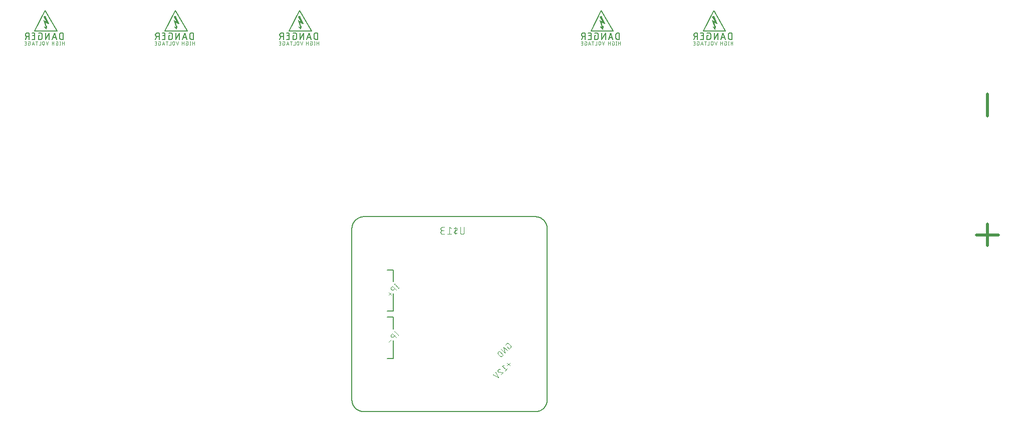
<source format=gbr>
G04 EAGLE Gerber RS-274X export*
G75*
%MOMM*%
%FSLAX34Y34*%
%LPD*%
%INSilkscreen Bottom*%
%IPPOS*%
%AMOC8*
5,1,8,0,0,1.08239X$1,22.5*%
G01*
%ADD10C,0.482600*%
%ADD11C,0.050000*%
%ADD12C,0.127000*%
%ADD13C,0.177800*%
%ADD14C,0.101600*%
%ADD15C,0.076200*%

G36*
X1244025Y806259D02*
X1244025Y806259D01*
X1244059Y806258D01*
X1244092Y806277D01*
X1244128Y806286D01*
X1244151Y806311D01*
X1244180Y806328D01*
X1244198Y806361D01*
X1244223Y806388D01*
X1244242Y806447D01*
X1244245Y806452D01*
X1244244Y806455D01*
X1244246Y806459D01*
X1245246Y812459D01*
X1245241Y812497D01*
X1245244Y812515D01*
X1245238Y812529D01*
X1245234Y812586D01*
X1245230Y812591D01*
X1245229Y812598D01*
X1245189Y812647D01*
X1245151Y812698D01*
X1245145Y812701D01*
X1245141Y812706D01*
X1245080Y812726D01*
X1245021Y812748D01*
X1245014Y812747D01*
X1245008Y812749D01*
X1244946Y812733D01*
X1244884Y812720D01*
X1244876Y812715D01*
X1244872Y812714D01*
X1244866Y812708D01*
X1244824Y812676D01*
X1244135Y811988D01*
X1242373Y819035D01*
X1245889Y817277D01*
X1245892Y817276D01*
X1245895Y817274D01*
X1245961Y817264D01*
X1246026Y817252D01*
X1246030Y817254D01*
X1246033Y817253D01*
X1246094Y817280D01*
X1246155Y817305D01*
X1246158Y817308D01*
X1246161Y817310D01*
X1246198Y817365D01*
X1246236Y817419D01*
X1246236Y817423D01*
X1246238Y817427D01*
X1246249Y817500D01*
X1246249Y819500D01*
X1246243Y819520D01*
X1246246Y819541D01*
X1246223Y819611D01*
X1241223Y829611D01*
X1241211Y829624D01*
X1241206Y829640D01*
X1241164Y829675D01*
X1241128Y829714D01*
X1241111Y829718D01*
X1241098Y829729D01*
X1241045Y829736D01*
X1240993Y829749D01*
X1240976Y829744D01*
X1240959Y829746D01*
X1240889Y829723D01*
X1238889Y828723D01*
X1238872Y828708D01*
X1238851Y828700D01*
X1238822Y828661D01*
X1238786Y828628D01*
X1238780Y828606D01*
X1238767Y828588D01*
X1238763Y828539D01*
X1238751Y828493D01*
X1238758Y828471D01*
X1238756Y828449D01*
X1238782Y828379D01*
X1243330Y820193D01*
X1239128Y822714D01*
X1239080Y822726D01*
X1239034Y822747D01*
X1239013Y822744D01*
X1238993Y822749D01*
X1238945Y822734D01*
X1238895Y822726D01*
X1238880Y822713D01*
X1238860Y822706D01*
X1238828Y822667D01*
X1238790Y822634D01*
X1238784Y822614D01*
X1238771Y822598D01*
X1238765Y822548D01*
X1238751Y822500D01*
X1238755Y822470D01*
X1238754Y822460D01*
X1238758Y822451D01*
X1238762Y822427D01*
X1242276Y811004D01*
X1240079Y811736D01*
X1240009Y811739D01*
X1239941Y811742D01*
X1239940Y811742D01*
X1239939Y811742D01*
X1239879Y811706D01*
X1239820Y811672D01*
X1239819Y811671D01*
X1239787Y811609D01*
X1239755Y811548D01*
X1239755Y811547D01*
X1239755Y811546D01*
X1239762Y811479D01*
X1239768Y811409D01*
X1239769Y811408D01*
X1239769Y811407D01*
X1239770Y811406D01*
X1239805Y811344D01*
X1243805Y806344D01*
X1243836Y806323D01*
X1243859Y806294D01*
X1243892Y806284D01*
X1243920Y806264D01*
X1243957Y806262D01*
X1243992Y806251D01*
X1244025Y806259D01*
G37*
G36*
X334025Y806259D02*
X334025Y806259D01*
X334059Y806258D01*
X334092Y806277D01*
X334128Y806286D01*
X334151Y806311D01*
X334180Y806328D01*
X334198Y806361D01*
X334223Y806388D01*
X334242Y806447D01*
X334245Y806452D01*
X334244Y806455D01*
X334246Y806459D01*
X335246Y812459D01*
X335241Y812497D01*
X335244Y812515D01*
X335238Y812529D01*
X335234Y812586D01*
X335230Y812591D01*
X335229Y812598D01*
X335189Y812647D01*
X335151Y812698D01*
X335145Y812701D01*
X335141Y812706D01*
X335080Y812726D01*
X335021Y812748D01*
X335014Y812747D01*
X335008Y812749D01*
X334946Y812733D01*
X334884Y812720D01*
X334876Y812715D01*
X334872Y812714D01*
X334866Y812708D01*
X334824Y812676D01*
X334135Y811988D01*
X332373Y819035D01*
X335889Y817277D01*
X335892Y817276D01*
X335895Y817274D01*
X335961Y817264D01*
X336026Y817252D01*
X336030Y817254D01*
X336033Y817253D01*
X336094Y817280D01*
X336155Y817305D01*
X336158Y817308D01*
X336161Y817310D01*
X336198Y817365D01*
X336236Y817419D01*
X336236Y817423D01*
X336238Y817427D01*
X336249Y817500D01*
X336249Y819500D01*
X336243Y819520D01*
X336246Y819541D01*
X336223Y819611D01*
X331223Y829611D01*
X331211Y829624D01*
X331206Y829640D01*
X331164Y829675D01*
X331128Y829714D01*
X331111Y829718D01*
X331098Y829729D01*
X331045Y829736D01*
X330993Y829749D01*
X330976Y829744D01*
X330959Y829746D01*
X330889Y829723D01*
X328889Y828723D01*
X328872Y828708D01*
X328851Y828700D01*
X328822Y828661D01*
X328786Y828628D01*
X328780Y828606D01*
X328767Y828588D01*
X328763Y828539D01*
X328751Y828493D01*
X328758Y828471D01*
X328756Y828449D01*
X328782Y828379D01*
X333330Y820193D01*
X329128Y822714D01*
X329080Y822726D01*
X329034Y822747D01*
X329013Y822744D01*
X328993Y822749D01*
X328945Y822734D01*
X328895Y822726D01*
X328880Y822713D01*
X328860Y822706D01*
X328828Y822667D01*
X328790Y822634D01*
X328784Y822614D01*
X328771Y822598D01*
X328765Y822548D01*
X328751Y822500D01*
X328755Y822470D01*
X328754Y822460D01*
X328758Y822451D01*
X328762Y822427D01*
X332276Y811004D01*
X330079Y811736D01*
X330009Y811739D01*
X329941Y811742D01*
X329940Y811742D01*
X329939Y811742D01*
X329879Y811706D01*
X329820Y811672D01*
X329819Y811671D01*
X329787Y811609D01*
X329755Y811548D01*
X329755Y811547D01*
X329755Y811546D01*
X329762Y811479D01*
X329768Y811409D01*
X329769Y811408D01*
X329769Y811407D01*
X329770Y811406D01*
X329805Y811344D01*
X333805Y806344D01*
X333836Y806323D01*
X333859Y806294D01*
X333892Y806284D01*
X333920Y806264D01*
X333957Y806262D01*
X333992Y806251D01*
X334025Y806259D01*
G37*
G36*
X1054025Y806259D02*
X1054025Y806259D01*
X1054059Y806258D01*
X1054092Y806277D01*
X1054128Y806286D01*
X1054151Y806311D01*
X1054180Y806328D01*
X1054198Y806361D01*
X1054223Y806388D01*
X1054242Y806447D01*
X1054245Y806452D01*
X1054244Y806455D01*
X1054246Y806459D01*
X1055246Y812459D01*
X1055241Y812497D01*
X1055244Y812515D01*
X1055238Y812529D01*
X1055234Y812586D01*
X1055230Y812591D01*
X1055229Y812598D01*
X1055189Y812647D01*
X1055151Y812698D01*
X1055145Y812701D01*
X1055141Y812706D01*
X1055080Y812726D01*
X1055021Y812748D01*
X1055014Y812747D01*
X1055008Y812749D01*
X1054946Y812733D01*
X1054884Y812720D01*
X1054876Y812715D01*
X1054872Y812714D01*
X1054866Y812708D01*
X1054824Y812676D01*
X1054135Y811988D01*
X1052373Y819035D01*
X1055889Y817277D01*
X1055892Y817276D01*
X1055895Y817274D01*
X1055961Y817264D01*
X1056026Y817252D01*
X1056030Y817254D01*
X1056033Y817253D01*
X1056094Y817280D01*
X1056155Y817305D01*
X1056158Y817308D01*
X1056161Y817310D01*
X1056198Y817365D01*
X1056236Y817419D01*
X1056236Y817423D01*
X1056238Y817427D01*
X1056249Y817500D01*
X1056249Y819500D01*
X1056243Y819520D01*
X1056246Y819541D01*
X1056223Y819611D01*
X1051223Y829611D01*
X1051211Y829624D01*
X1051206Y829640D01*
X1051164Y829675D01*
X1051128Y829714D01*
X1051111Y829718D01*
X1051098Y829729D01*
X1051045Y829736D01*
X1050993Y829749D01*
X1050976Y829744D01*
X1050959Y829746D01*
X1050889Y829723D01*
X1048889Y828723D01*
X1048872Y828708D01*
X1048851Y828700D01*
X1048822Y828661D01*
X1048786Y828628D01*
X1048780Y828606D01*
X1048767Y828588D01*
X1048763Y828539D01*
X1048751Y828493D01*
X1048758Y828471D01*
X1048756Y828449D01*
X1048782Y828379D01*
X1053330Y820193D01*
X1049128Y822714D01*
X1049080Y822726D01*
X1049034Y822747D01*
X1049013Y822744D01*
X1048993Y822749D01*
X1048945Y822734D01*
X1048895Y822726D01*
X1048880Y822713D01*
X1048860Y822706D01*
X1048828Y822667D01*
X1048790Y822634D01*
X1048784Y822614D01*
X1048771Y822598D01*
X1048765Y822548D01*
X1048751Y822500D01*
X1048755Y822470D01*
X1048754Y822460D01*
X1048758Y822451D01*
X1048762Y822427D01*
X1052276Y811004D01*
X1050079Y811736D01*
X1050009Y811739D01*
X1049941Y811742D01*
X1049940Y811742D01*
X1049939Y811742D01*
X1049879Y811706D01*
X1049820Y811672D01*
X1049819Y811671D01*
X1049787Y811609D01*
X1049755Y811548D01*
X1049755Y811547D01*
X1049755Y811546D01*
X1049762Y811479D01*
X1049768Y811409D01*
X1049769Y811408D01*
X1049769Y811407D01*
X1049770Y811406D01*
X1049805Y811344D01*
X1053805Y806344D01*
X1053836Y806323D01*
X1053859Y806294D01*
X1053892Y806284D01*
X1053920Y806264D01*
X1053957Y806262D01*
X1053992Y806251D01*
X1054025Y806259D01*
G37*
G36*
X544025Y806259D02*
X544025Y806259D01*
X544059Y806258D01*
X544092Y806277D01*
X544128Y806286D01*
X544151Y806311D01*
X544180Y806328D01*
X544198Y806361D01*
X544223Y806388D01*
X544242Y806447D01*
X544245Y806452D01*
X544244Y806455D01*
X544246Y806459D01*
X545246Y812459D01*
X545241Y812497D01*
X545244Y812515D01*
X545238Y812529D01*
X545234Y812586D01*
X545230Y812591D01*
X545229Y812598D01*
X545189Y812647D01*
X545151Y812698D01*
X545145Y812701D01*
X545141Y812706D01*
X545080Y812726D01*
X545021Y812748D01*
X545014Y812747D01*
X545008Y812749D01*
X544946Y812733D01*
X544884Y812720D01*
X544876Y812715D01*
X544872Y812714D01*
X544866Y812708D01*
X544824Y812676D01*
X544135Y811988D01*
X542373Y819035D01*
X545889Y817277D01*
X545892Y817276D01*
X545895Y817274D01*
X545961Y817264D01*
X546026Y817252D01*
X546030Y817254D01*
X546033Y817253D01*
X546094Y817280D01*
X546155Y817305D01*
X546158Y817308D01*
X546161Y817310D01*
X546198Y817365D01*
X546236Y817419D01*
X546236Y817423D01*
X546238Y817427D01*
X546249Y817500D01*
X546249Y819500D01*
X546243Y819520D01*
X546246Y819541D01*
X546223Y819611D01*
X541223Y829611D01*
X541211Y829624D01*
X541206Y829640D01*
X541164Y829675D01*
X541128Y829714D01*
X541111Y829718D01*
X541098Y829729D01*
X541045Y829736D01*
X540993Y829749D01*
X540976Y829744D01*
X540959Y829746D01*
X540889Y829723D01*
X538889Y828723D01*
X538872Y828708D01*
X538851Y828700D01*
X538822Y828661D01*
X538786Y828628D01*
X538780Y828606D01*
X538767Y828588D01*
X538763Y828539D01*
X538751Y828493D01*
X538758Y828471D01*
X538756Y828449D01*
X538782Y828379D01*
X543330Y820193D01*
X539128Y822714D01*
X539080Y822726D01*
X539034Y822747D01*
X539013Y822744D01*
X538993Y822749D01*
X538945Y822734D01*
X538895Y822726D01*
X538880Y822713D01*
X538860Y822706D01*
X538828Y822667D01*
X538790Y822634D01*
X538784Y822614D01*
X538771Y822598D01*
X538765Y822548D01*
X538751Y822500D01*
X538755Y822470D01*
X538754Y822460D01*
X538758Y822451D01*
X538762Y822427D01*
X542276Y811004D01*
X540079Y811736D01*
X540009Y811739D01*
X539941Y811742D01*
X539940Y811742D01*
X539939Y811742D01*
X539879Y811706D01*
X539820Y811672D01*
X539819Y811671D01*
X539787Y811609D01*
X539755Y811548D01*
X539755Y811547D01*
X539755Y811546D01*
X539762Y811479D01*
X539768Y811409D01*
X539769Y811408D01*
X539769Y811407D01*
X539770Y811406D01*
X539805Y811344D01*
X543805Y806344D01*
X543836Y806323D01*
X543859Y806294D01*
X543892Y806284D01*
X543920Y806264D01*
X543957Y806262D01*
X543992Y806251D01*
X544025Y806259D01*
G37*
G36*
X114025Y806259D02*
X114025Y806259D01*
X114059Y806258D01*
X114092Y806277D01*
X114128Y806286D01*
X114151Y806311D01*
X114180Y806328D01*
X114198Y806361D01*
X114223Y806388D01*
X114242Y806447D01*
X114245Y806452D01*
X114244Y806455D01*
X114246Y806459D01*
X115246Y812459D01*
X115241Y812497D01*
X115244Y812515D01*
X115238Y812529D01*
X115234Y812586D01*
X115230Y812591D01*
X115229Y812598D01*
X115189Y812647D01*
X115151Y812698D01*
X115145Y812701D01*
X115141Y812706D01*
X115080Y812726D01*
X115021Y812748D01*
X115014Y812747D01*
X115008Y812749D01*
X114946Y812733D01*
X114884Y812720D01*
X114876Y812715D01*
X114872Y812714D01*
X114866Y812708D01*
X114824Y812676D01*
X114135Y811988D01*
X112373Y819035D01*
X115889Y817277D01*
X115892Y817276D01*
X115895Y817274D01*
X115961Y817264D01*
X116026Y817252D01*
X116030Y817254D01*
X116033Y817253D01*
X116094Y817280D01*
X116155Y817305D01*
X116158Y817308D01*
X116161Y817310D01*
X116198Y817365D01*
X116236Y817419D01*
X116236Y817423D01*
X116238Y817427D01*
X116249Y817500D01*
X116249Y819500D01*
X116243Y819520D01*
X116246Y819541D01*
X116223Y819611D01*
X111223Y829611D01*
X111211Y829624D01*
X111206Y829640D01*
X111164Y829675D01*
X111128Y829714D01*
X111111Y829718D01*
X111098Y829729D01*
X111045Y829736D01*
X110993Y829749D01*
X110976Y829744D01*
X110959Y829746D01*
X110889Y829723D01*
X108889Y828723D01*
X108872Y828708D01*
X108851Y828700D01*
X108822Y828661D01*
X108786Y828628D01*
X108780Y828606D01*
X108767Y828588D01*
X108763Y828539D01*
X108751Y828493D01*
X108758Y828471D01*
X108756Y828449D01*
X108782Y828379D01*
X113330Y820193D01*
X109128Y822714D01*
X109080Y822726D01*
X109034Y822747D01*
X109013Y822744D01*
X108993Y822749D01*
X108945Y822734D01*
X108895Y822726D01*
X108880Y822713D01*
X108860Y822706D01*
X108828Y822667D01*
X108790Y822634D01*
X108784Y822614D01*
X108771Y822598D01*
X108765Y822548D01*
X108751Y822500D01*
X108755Y822470D01*
X108754Y822460D01*
X108758Y822451D01*
X108762Y822427D01*
X112276Y811004D01*
X110079Y811736D01*
X110009Y811739D01*
X109941Y811742D01*
X109940Y811742D01*
X109939Y811742D01*
X109879Y811706D01*
X109820Y811672D01*
X109819Y811671D01*
X109787Y811609D01*
X109755Y811548D01*
X109755Y811547D01*
X109755Y811546D01*
X109762Y811479D01*
X109768Y811409D01*
X109769Y811408D01*
X109769Y811407D01*
X109770Y811406D01*
X109805Y811344D01*
X113805Y806344D01*
X113836Y806323D01*
X113859Y806294D01*
X113892Y806284D01*
X113920Y806264D01*
X113957Y806262D01*
X113992Y806251D01*
X114025Y806259D01*
G37*
D10*
X1703870Y440804D02*
X1703870Y477587D01*
X1722261Y459196D02*
X1685478Y459196D01*
X1703870Y660804D02*
X1703870Y697587D01*
D11*
X1247250Y817000D02*
X1241000Y829500D01*
X1241750Y819250D02*
X1247250Y817000D01*
X1246750Y817500D02*
X1241750Y819250D01*
X1246250Y818250D02*
X1246750Y817500D01*
X1247250Y817000D02*
X1241500Y829750D01*
X1239000Y828500D01*
X1241750Y828750D01*
X1241750Y828500D01*
X1241250Y829500D01*
D12*
X1241500Y839500D02*
X1261500Y804500D01*
X1224000Y804500D01*
X1241500Y839500D01*
D13*
X1272111Y801311D02*
X1272111Y790389D01*
X1272111Y801311D02*
X1269077Y801311D01*
X1268969Y801309D01*
X1268861Y801303D01*
X1268753Y801294D01*
X1268645Y801280D01*
X1268538Y801263D01*
X1268432Y801242D01*
X1268327Y801217D01*
X1268222Y801188D01*
X1268119Y801156D01*
X1268017Y801120D01*
X1267916Y801080D01*
X1267817Y801037D01*
X1267719Y800990D01*
X1267623Y800940D01*
X1267529Y800886D01*
X1267437Y800829D01*
X1267347Y800769D01*
X1267259Y800706D01*
X1267173Y800639D01*
X1267090Y800570D01*
X1267010Y800498D01*
X1266932Y800422D01*
X1266856Y800344D01*
X1266784Y800264D01*
X1266715Y800181D01*
X1266648Y800095D01*
X1266585Y800007D01*
X1266525Y799917D01*
X1266468Y799825D01*
X1266414Y799731D01*
X1266364Y799635D01*
X1266317Y799537D01*
X1266274Y799438D01*
X1266234Y799337D01*
X1266198Y799235D01*
X1266166Y799132D01*
X1266137Y799027D01*
X1266112Y798922D01*
X1266091Y798816D01*
X1266074Y798709D01*
X1266060Y798601D01*
X1266051Y798493D01*
X1266045Y798385D01*
X1266043Y798277D01*
X1266043Y793423D01*
X1266045Y793315D01*
X1266051Y793207D01*
X1266060Y793099D01*
X1266074Y792991D01*
X1266091Y792884D01*
X1266112Y792778D01*
X1266137Y792673D01*
X1266166Y792568D01*
X1266198Y792465D01*
X1266234Y792363D01*
X1266274Y792262D01*
X1266317Y792163D01*
X1266364Y792065D01*
X1266414Y791969D01*
X1266468Y791875D01*
X1266525Y791783D01*
X1266585Y791693D01*
X1266648Y791605D01*
X1266715Y791519D01*
X1266784Y791436D01*
X1266856Y791356D01*
X1266932Y791278D01*
X1267010Y791202D01*
X1267090Y791130D01*
X1267173Y791061D01*
X1267259Y790994D01*
X1267347Y790931D01*
X1267437Y790871D01*
X1267529Y790814D01*
X1267623Y790760D01*
X1267719Y790710D01*
X1267817Y790663D01*
X1267916Y790620D01*
X1268017Y790580D01*
X1268119Y790544D01*
X1268222Y790512D01*
X1268327Y790483D01*
X1268432Y790458D01*
X1268538Y790437D01*
X1268645Y790420D01*
X1268753Y790406D01*
X1268861Y790397D01*
X1268969Y790391D01*
X1269077Y790389D01*
X1272111Y790389D01*
X1260907Y790389D02*
X1257266Y801311D01*
X1253625Y790389D01*
X1254536Y793120D02*
X1259997Y793120D01*
X1248489Y790389D02*
X1248489Y801311D01*
X1242421Y790389D01*
X1242421Y801311D01*
X1232050Y796457D02*
X1230229Y796457D01*
X1230229Y790389D01*
X1233870Y790389D01*
X1233968Y790391D01*
X1234065Y790397D01*
X1234163Y790407D01*
X1234259Y790420D01*
X1234355Y790438D01*
X1234451Y790460D01*
X1234545Y790485D01*
X1234639Y790514D01*
X1234731Y790547D01*
X1234821Y790583D01*
X1234910Y790623D01*
X1234998Y790667D01*
X1235084Y790714D01*
X1235167Y790765D01*
X1235249Y790819D01*
X1235328Y790876D01*
X1235405Y790936D01*
X1235479Y790999D01*
X1235551Y791066D01*
X1235620Y791135D01*
X1235687Y791207D01*
X1235750Y791281D01*
X1235810Y791358D01*
X1235867Y791437D01*
X1235921Y791519D01*
X1235972Y791603D01*
X1236019Y791688D01*
X1236063Y791776D01*
X1236103Y791865D01*
X1236139Y791955D01*
X1236172Y792047D01*
X1236201Y792141D01*
X1236226Y792235D01*
X1236248Y792331D01*
X1236266Y792427D01*
X1236279Y792523D01*
X1236289Y792621D01*
X1236295Y792718D01*
X1236297Y792816D01*
X1236297Y798884D01*
X1236295Y798982D01*
X1236289Y799079D01*
X1236279Y799177D01*
X1236266Y799273D01*
X1236248Y799369D01*
X1236226Y799465D01*
X1236201Y799559D01*
X1236172Y799653D01*
X1236139Y799745D01*
X1236103Y799835D01*
X1236063Y799924D01*
X1236019Y800012D01*
X1235972Y800097D01*
X1235921Y800181D01*
X1235867Y800263D01*
X1235810Y800342D01*
X1235750Y800419D01*
X1235687Y800493D01*
X1235620Y800565D01*
X1235551Y800634D01*
X1235479Y800701D01*
X1235405Y800764D01*
X1235328Y800824D01*
X1235249Y800881D01*
X1235167Y800935D01*
X1235084Y800986D01*
X1234998Y801033D01*
X1234910Y801077D01*
X1234821Y801117D01*
X1234731Y801153D01*
X1234639Y801186D01*
X1234545Y801215D01*
X1234451Y801240D01*
X1234356Y801262D01*
X1234259Y801280D01*
X1234163Y801293D01*
X1234065Y801303D01*
X1233968Y801309D01*
X1233870Y801311D01*
X1230229Y801311D01*
X1224074Y790389D02*
X1219220Y790389D01*
X1224074Y790389D02*
X1224074Y801311D01*
X1219220Y801311D01*
X1220433Y796457D02*
X1224074Y796457D01*
X1214098Y801311D02*
X1214098Y790389D01*
X1214098Y801311D02*
X1211064Y801311D01*
X1210956Y801309D01*
X1210848Y801303D01*
X1210740Y801294D01*
X1210632Y801280D01*
X1210525Y801263D01*
X1210419Y801242D01*
X1210314Y801217D01*
X1210209Y801188D01*
X1210106Y801156D01*
X1210004Y801120D01*
X1209903Y801080D01*
X1209804Y801037D01*
X1209706Y800990D01*
X1209610Y800940D01*
X1209516Y800886D01*
X1209424Y800829D01*
X1209334Y800769D01*
X1209246Y800706D01*
X1209160Y800639D01*
X1209077Y800570D01*
X1208997Y800498D01*
X1208919Y800422D01*
X1208843Y800344D01*
X1208771Y800264D01*
X1208702Y800181D01*
X1208635Y800095D01*
X1208572Y800007D01*
X1208512Y799917D01*
X1208455Y799825D01*
X1208401Y799731D01*
X1208351Y799635D01*
X1208304Y799537D01*
X1208261Y799438D01*
X1208221Y799337D01*
X1208185Y799235D01*
X1208153Y799132D01*
X1208124Y799027D01*
X1208099Y798922D01*
X1208078Y798816D01*
X1208061Y798709D01*
X1208047Y798601D01*
X1208038Y798493D01*
X1208032Y798385D01*
X1208030Y798277D01*
X1208032Y798169D01*
X1208038Y798061D01*
X1208047Y797953D01*
X1208061Y797845D01*
X1208078Y797738D01*
X1208099Y797632D01*
X1208124Y797527D01*
X1208153Y797422D01*
X1208185Y797319D01*
X1208221Y797217D01*
X1208261Y797116D01*
X1208304Y797017D01*
X1208351Y796919D01*
X1208401Y796823D01*
X1208455Y796729D01*
X1208512Y796637D01*
X1208572Y796547D01*
X1208635Y796459D01*
X1208702Y796373D01*
X1208771Y796290D01*
X1208843Y796210D01*
X1208919Y796132D01*
X1208997Y796056D01*
X1209077Y795984D01*
X1209160Y795915D01*
X1209246Y795848D01*
X1209334Y795785D01*
X1209424Y795725D01*
X1209516Y795668D01*
X1209610Y795614D01*
X1209706Y795564D01*
X1209804Y795517D01*
X1209903Y795474D01*
X1210004Y795434D01*
X1210106Y795398D01*
X1210209Y795366D01*
X1210314Y795337D01*
X1210419Y795312D01*
X1210525Y795291D01*
X1210632Y795274D01*
X1210740Y795260D01*
X1210848Y795251D01*
X1210956Y795245D01*
X1211064Y795243D01*
X1214098Y795243D01*
X1210457Y795243D02*
X1208030Y790389D01*
D14*
X1273492Y786992D02*
X1273492Y781008D01*
X1273492Y784332D02*
X1270168Y784332D01*
X1270168Y786992D02*
X1270168Y781008D01*
X1266580Y781008D02*
X1266580Y786992D01*
X1267245Y781008D02*
X1265915Y781008D01*
X1265915Y786992D02*
X1267245Y786992D01*
X1260665Y784332D02*
X1259668Y784332D01*
X1259668Y781008D01*
X1261662Y781008D01*
X1261734Y781010D01*
X1261806Y781016D01*
X1261877Y781026D01*
X1261948Y781039D01*
X1262018Y781056D01*
X1262087Y781078D01*
X1262154Y781102D01*
X1262220Y781131D01*
X1262285Y781163D01*
X1262348Y781198D01*
X1262408Y781237D01*
X1262467Y781279D01*
X1262523Y781324D01*
X1262577Y781372D01*
X1262628Y781423D01*
X1262676Y781477D01*
X1262721Y781533D01*
X1262763Y781592D01*
X1262802Y781652D01*
X1262837Y781715D01*
X1262869Y781780D01*
X1262898Y781846D01*
X1262922Y781913D01*
X1262944Y781982D01*
X1262961Y782052D01*
X1262974Y782123D01*
X1262984Y782194D01*
X1262990Y782266D01*
X1262992Y782338D01*
X1262992Y785662D01*
X1262990Y785734D01*
X1262984Y785806D01*
X1262974Y785877D01*
X1262961Y785948D01*
X1262944Y786018D01*
X1262922Y786087D01*
X1262898Y786154D01*
X1262869Y786220D01*
X1262837Y786285D01*
X1262802Y786348D01*
X1262763Y786408D01*
X1262721Y786467D01*
X1262676Y786523D01*
X1262628Y786577D01*
X1262577Y786628D01*
X1262523Y786676D01*
X1262467Y786721D01*
X1262408Y786763D01*
X1262348Y786802D01*
X1262285Y786837D01*
X1262220Y786869D01*
X1262154Y786898D01*
X1262087Y786922D01*
X1262018Y786944D01*
X1261948Y786961D01*
X1261877Y786974D01*
X1261806Y786984D01*
X1261734Y786990D01*
X1261662Y786992D01*
X1259668Y786992D01*
X1256272Y786992D02*
X1256272Y781008D01*
X1256272Y784332D02*
X1252948Y784332D01*
X1252948Y786992D02*
X1252948Y781008D01*
X1244740Y781008D02*
X1246734Y786992D01*
X1242745Y786992D02*
X1244740Y781008D01*
X1240102Y782670D02*
X1240102Y785330D01*
X1240100Y785410D01*
X1240094Y785490D01*
X1240085Y785570D01*
X1240071Y785649D01*
X1240054Y785728D01*
X1240033Y785805D01*
X1240008Y785882D01*
X1239979Y785957D01*
X1239947Y786030D01*
X1239912Y786102D01*
X1239873Y786173D01*
X1239830Y786241D01*
X1239785Y786307D01*
X1239736Y786371D01*
X1239684Y786432D01*
X1239629Y786491D01*
X1239572Y786547D01*
X1239512Y786600D01*
X1239449Y786651D01*
X1239384Y786698D01*
X1239317Y786742D01*
X1239248Y786783D01*
X1239177Y786820D01*
X1239104Y786854D01*
X1239029Y786884D01*
X1238954Y786911D01*
X1238877Y786934D01*
X1238799Y786953D01*
X1238720Y786968D01*
X1238640Y786980D01*
X1238560Y786988D01*
X1238480Y786992D01*
X1238400Y786992D01*
X1238320Y786988D01*
X1238240Y786980D01*
X1238160Y786968D01*
X1238081Y786953D01*
X1238003Y786934D01*
X1237926Y786911D01*
X1237851Y786884D01*
X1237776Y786854D01*
X1237703Y786820D01*
X1237632Y786783D01*
X1237563Y786742D01*
X1237496Y786698D01*
X1237431Y786651D01*
X1237368Y786600D01*
X1237308Y786547D01*
X1237251Y786491D01*
X1237196Y786432D01*
X1237144Y786371D01*
X1237095Y786307D01*
X1237050Y786241D01*
X1237007Y786173D01*
X1236968Y786102D01*
X1236933Y786030D01*
X1236901Y785957D01*
X1236872Y785882D01*
X1236847Y785805D01*
X1236826Y785728D01*
X1236809Y785649D01*
X1236795Y785570D01*
X1236786Y785490D01*
X1236780Y785410D01*
X1236778Y785330D01*
X1236778Y782670D01*
X1236780Y782590D01*
X1236786Y782510D01*
X1236795Y782430D01*
X1236809Y782351D01*
X1236826Y782272D01*
X1236847Y782195D01*
X1236872Y782118D01*
X1236901Y782043D01*
X1236933Y781970D01*
X1236968Y781898D01*
X1237007Y781827D01*
X1237050Y781759D01*
X1237095Y781693D01*
X1237144Y781629D01*
X1237196Y781568D01*
X1237251Y781509D01*
X1237308Y781453D01*
X1237368Y781400D01*
X1237431Y781349D01*
X1237496Y781302D01*
X1237563Y781258D01*
X1237632Y781217D01*
X1237703Y781180D01*
X1237776Y781146D01*
X1237851Y781116D01*
X1237926Y781089D01*
X1238003Y781066D01*
X1238081Y781047D01*
X1238160Y781032D01*
X1238240Y781020D01*
X1238320Y781012D01*
X1238400Y781008D01*
X1238480Y781008D01*
X1238560Y781012D01*
X1238640Y781020D01*
X1238720Y781032D01*
X1238799Y781047D01*
X1238877Y781066D01*
X1238954Y781089D01*
X1239029Y781116D01*
X1239104Y781146D01*
X1239177Y781180D01*
X1239248Y781217D01*
X1239317Y781258D01*
X1239384Y781302D01*
X1239449Y781349D01*
X1239512Y781400D01*
X1239572Y781453D01*
X1239629Y781509D01*
X1239684Y781568D01*
X1239736Y781629D01*
X1239785Y781693D01*
X1239830Y781759D01*
X1239873Y781827D01*
X1239912Y781898D01*
X1239947Y781970D01*
X1239979Y782043D01*
X1240008Y782118D01*
X1240033Y782195D01*
X1240054Y782272D01*
X1240071Y782351D01*
X1240085Y782430D01*
X1240094Y782510D01*
X1240100Y782590D01*
X1240102Y782670D01*
X1233575Y781008D02*
X1233575Y786992D01*
X1233575Y781008D02*
X1230915Y781008D01*
X1227100Y781008D02*
X1227100Y786992D01*
X1228762Y786992D02*
X1225438Y786992D01*
X1221220Y786992D02*
X1223215Y781008D01*
X1219225Y781008D02*
X1221220Y786992D01*
X1219724Y782504D02*
X1222716Y782504D01*
X1214045Y784332D02*
X1213048Y784332D01*
X1213048Y781008D01*
X1215042Y781008D01*
X1215114Y781010D01*
X1215186Y781016D01*
X1215257Y781026D01*
X1215328Y781039D01*
X1215398Y781056D01*
X1215467Y781078D01*
X1215534Y781102D01*
X1215600Y781131D01*
X1215665Y781163D01*
X1215728Y781198D01*
X1215788Y781237D01*
X1215847Y781279D01*
X1215903Y781324D01*
X1215957Y781372D01*
X1216008Y781423D01*
X1216056Y781477D01*
X1216101Y781533D01*
X1216143Y781592D01*
X1216182Y781652D01*
X1216217Y781715D01*
X1216249Y781780D01*
X1216278Y781846D01*
X1216302Y781913D01*
X1216324Y781982D01*
X1216341Y782052D01*
X1216354Y782123D01*
X1216364Y782194D01*
X1216370Y782266D01*
X1216372Y782338D01*
X1216372Y785662D01*
X1216370Y785734D01*
X1216364Y785806D01*
X1216354Y785877D01*
X1216341Y785948D01*
X1216324Y786018D01*
X1216302Y786087D01*
X1216278Y786154D01*
X1216249Y786220D01*
X1216217Y786285D01*
X1216182Y786348D01*
X1216143Y786408D01*
X1216101Y786467D01*
X1216056Y786523D01*
X1216008Y786577D01*
X1215957Y786628D01*
X1215903Y786676D01*
X1215847Y786721D01*
X1215788Y786763D01*
X1215728Y786802D01*
X1215665Y786837D01*
X1215600Y786869D01*
X1215534Y786898D01*
X1215467Y786922D01*
X1215398Y786944D01*
X1215328Y786961D01*
X1215257Y786974D01*
X1215186Y786984D01*
X1215114Y786990D01*
X1215042Y786992D01*
X1213048Y786992D01*
X1209635Y781008D02*
X1206975Y781008D01*
X1209635Y781008D02*
X1209635Y786992D01*
X1206975Y786992D01*
X1207640Y784332D02*
X1209635Y784332D01*
D11*
X1057250Y817000D02*
X1051000Y829500D01*
X1051750Y819250D02*
X1057250Y817000D01*
X1056750Y817500D02*
X1051750Y819250D01*
X1056250Y818250D02*
X1056750Y817500D01*
X1057250Y817000D02*
X1051500Y829750D01*
X1049000Y828500D01*
X1051750Y828750D01*
X1051750Y828500D01*
X1051250Y829500D01*
D12*
X1051500Y839500D02*
X1071500Y804500D01*
X1034000Y804500D01*
X1051500Y839500D01*
D13*
X1082111Y801311D02*
X1082111Y790389D01*
X1082111Y801311D02*
X1079077Y801311D01*
X1078969Y801309D01*
X1078861Y801303D01*
X1078753Y801294D01*
X1078645Y801280D01*
X1078538Y801263D01*
X1078432Y801242D01*
X1078327Y801217D01*
X1078222Y801188D01*
X1078119Y801156D01*
X1078017Y801120D01*
X1077916Y801080D01*
X1077817Y801037D01*
X1077719Y800990D01*
X1077623Y800940D01*
X1077529Y800886D01*
X1077437Y800829D01*
X1077347Y800769D01*
X1077259Y800706D01*
X1077173Y800639D01*
X1077090Y800570D01*
X1077010Y800498D01*
X1076932Y800422D01*
X1076856Y800344D01*
X1076784Y800264D01*
X1076715Y800181D01*
X1076648Y800095D01*
X1076585Y800007D01*
X1076525Y799917D01*
X1076468Y799825D01*
X1076414Y799731D01*
X1076364Y799635D01*
X1076317Y799537D01*
X1076274Y799438D01*
X1076234Y799337D01*
X1076198Y799235D01*
X1076166Y799132D01*
X1076137Y799027D01*
X1076112Y798922D01*
X1076091Y798816D01*
X1076074Y798709D01*
X1076060Y798601D01*
X1076051Y798493D01*
X1076045Y798385D01*
X1076043Y798277D01*
X1076043Y793423D01*
X1076045Y793315D01*
X1076051Y793207D01*
X1076060Y793099D01*
X1076074Y792991D01*
X1076091Y792884D01*
X1076112Y792778D01*
X1076137Y792673D01*
X1076166Y792568D01*
X1076198Y792465D01*
X1076234Y792363D01*
X1076274Y792262D01*
X1076317Y792163D01*
X1076364Y792065D01*
X1076414Y791969D01*
X1076468Y791875D01*
X1076525Y791783D01*
X1076585Y791693D01*
X1076648Y791605D01*
X1076715Y791519D01*
X1076784Y791436D01*
X1076856Y791356D01*
X1076932Y791278D01*
X1077010Y791202D01*
X1077090Y791130D01*
X1077173Y791061D01*
X1077259Y790994D01*
X1077347Y790931D01*
X1077437Y790871D01*
X1077529Y790814D01*
X1077623Y790760D01*
X1077719Y790710D01*
X1077817Y790663D01*
X1077916Y790620D01*
X1078017Y790580D01*
X1078119Y790544D01*
X1078222Y790512D01*
X1078327Y790483D01*
X1078432Y790458D01*
X1078538Y790437D01*
X1078645Y790420D01*
X1078753Y790406D01*
X1078861Y790397D01*
X1078969Y790391D01*
X1079077Y790389D01*
X1082111Y790389D01*
X1070907Y790389D02*
X1067266Y801311D01*
X1063625Y790389D01*
X1064536Y793120D02*
X1069997Y793120D01*
X1058489Y790389D02*
X1058489Y801311D01*
X1052421Y790389D01*
X1052421Y801311D01*
X1042050Y796457D02*
X1040229Y796457D01*
X1040229Y790389D01*
X1043870Y790389D01*
X1043968Y790391D01*
X1044065Y790397D01*
X1044163Y790407D01*
X1044259Y790420D01*
X1044355Y790438D01*
X1044451Y790460D01*
X1044545Y790485D01*
X1044639Y790514D01*
X1044731Y790547D01*
X1044821Y790583D01*
X1044910Y790623D01*
X1044998Y790667D01*
X1045084Y790714D01*
X1045167Y790765D01*
X1045249Y790819D01*
X1045328Y790876D01*
X1045405Y790936D01*
X1045479Y790999D01*
X1045551Y791066D01*
X1045620Y791135D01*
X1045687Y791207D01*
X1045750Y791281D01*
X1045810Y791358D01*
X1045867Y791437D01*
X1045921Y791519D01*
X1045972Y791603D01*
X1046019Y791688D01*
X1046063Y791776D01*
X1046103Y791865D01*
X1046139Y791955D01*
X1046172Y792047D01*
X1046201Y792141D01*
X1046226Y792235D01*
X1046248Y792331D01*
X1046266Y792427D01*
X1046279Y792523D01*
X1046289Y792621D01*
X1046295Y792718D01*
X1046297Y792816D01*
X1046297Y798884D01*
X1046295Y798982D01*
X1046289Y799079D01*
X1046279Y799177D01*
X1046266Y799273D01*
X1046248Y799369D01*
X1046226Y799465D01*
X1046201Y799559D01*
X1046172Y799653D01*
X1046139Y799745D01*
X1046103Y799835D01*
X1046063Y799924D01*
X1046019Y800012D01*
X1045972Y800097D01*
X1045921Y800181D01*
X1045867Y800263D01*
X1045810Y800342D01*
X1045750Y800419D01*
X1045687Y800493D01*
X1045620Y800565D01*
X1045551Y800634D01*
X1045479Y800701D01*
X1045405Y800764D01*
X1045328Y800824D01*
X1045249Y800881D01*
X1045167Y800935D01*
X1045084Y800986D01*
X1044998Y801033D01*
X1044910Y801077D01*
X1044821Y801117D01*
X1044731Y801153D01*
X1044639Y801186D01*
X1044545Y801215D01*
X1044451Y801240D01*
X1044356Y801262D01*
X1044259Y801280D01*
X1044163Y801293D01*
X1044065Y801303D01*
X1043968Y801309D01*
X1043870Y801311D01*
X1040229Y801311D01*
X1034074Y790389D02*
X1029220Y790389D01*
X1034074Y790389D02*
X1034074Y801311D01*
X1029220Y801311D01*
X1030433Y796457D02*
X1034074Y796457D01*
X1024098Y801311D02*
X1024098Y790389D01*
X1024098Y801311D02*
X1021064Y801311D01*
X1020956Y801309D01*
X1020848Y801303D01*
X1020740Y801294D01*
X1020632Y801280D01*
X1020525Y801263D01*
X1020419Y801242D01*
X1020314Y801217D01*
X1020209Y801188D01*
X1020106Y801156D01*
X1020004Y801120D01*
X1019903Y801080D01*
X1019804Y801037D01*
X1019706Y800990D01*
X1019610Y800940D01*
X1019516Y800886D01*
X1019424Y800829D01*
X1019334Y800769D01*
X1019246Y800706D01*
X1019160Y800639D01*
X1019077Y800570D01*
X1018997Y800498D01*
X1018919Y800422D01*
X1018843Y800344D01*
X1018771Y800264D01*
X1018702Y800181D01*
X1018635Y800095D01*
X1018572Y800007D01*
X1018512Y799917D01*
X1018455Y799825D01*
X1018401Y799731D01*
X1018351Y799635D01*
X1018304Y799537D01*
X1018261Y799438D01*
X1018221Y799337D01*
X1018185Y799235D01*
X1018153Y799132D01*
X1018124Y799027D01*
X1018099Y798922D01*
X1018078Y798816D01*
X1018061Y798709D01*
X1018047Y798601D01*
X1018038Y798493D01*
X1018032Y798385D01*
X1018030Y798277D01*
X1018032Y798169D01*
X1018038Y798061D01*
X1018047Y797953D01*
X1018061Y797845D01*
X1018078Y797738D01*
X1018099Y797632D01*
X1018124Y797527D01*
X1018153Y797422D01*
X1018185Y797319D01*
X1018221Y797217D01*
X1018261Y797116D01*
X1018304Y797017D01*
X1018351Y796919D01*
X1018401Y796823D01*
X1018455Y796729D01*
X1018512Y796637D01*
X1018572Y796547D01*
X1018635Y796459D01*
X1018702Y796373D01*
X1018771Y796290D01*
X1018843Y796210D01*
X1018919Y796132D01*
X1018997Y796056D01*
X1019077Y795984D01*
X1019160Y795915D01*
X1019246Y795848D01*
X1019334Y795785D01*
X1019424Y795725D01*
X1019516Y795668D01*
X1019610Y795614D01*
X1019706Y795564D01*
X1019804Y795517D01*
X1019903Y795474D01*
X1020004Y795434D01*
X1020106Y795398D01*
X1020209Y795366D01*
X1020314Y795337D01*
X1020419Y795312D01*
X1020525Y795291D01*
X1020632Y795274D01*
X1020740Y795260D01*
X1020848Y795251D01*
X1020956Y795245D01*
X1021064Y795243D01*
X1024098Y795243D01*
X1020457Y795243D02*
X1018030Y790389D01*
D14*
X1083492Y786992D02*
X1083492Y781008D01*
X1083492Y784332D02*
X1080168Y784332D01*
X1080168Y786992D02*
X1080168Y781008D01*
X1076580Y781008D02*
X1076580Y786992D01*
X1077245Y781008D02*
X1075915Y781008D01*
X1075915Y786992D02*
X1077245Y786992D01*
X1070665Y784332D02*
X1069668Y784332D01*
X1069668Y781008D01*
X1071662Y781008D01*
X1071734Y781010D01*
X1071806Y781016D01*
X1071877Y781026D01*
X1071948Y781039D01*
X1072018Y781056D01*
X1072087Y781078D01*
X1072154Y781102D01*
X1072220Y781131D01*
X1072285Y781163D01*
X1072348Y781198D01*
X1072408Y781237D01*
X1072467Y781279D01*
X1072523Y781324D01*
X1072577Y781372D01*
X1072628Y781423D01*
X1072676Y781477D01*
X1072721Y781533D01*
X1072763Y781592D01*
X1072802Y781652D01*
X1072837Y781715D01*
X1072869Y781780D01*
X1072898Y781846D01*
X1072922Y781913D01*
X1072944Y781982D01*
X1072961Y782052D01*
X1072974Y782123D01*
X1072984Y782194D01*
X1072990Y782266D01*
X1072992Y782338D01*
X1072992Y785662D01*
X1072990Y785734D01*
X1072984Y785806D01*
X1072974Y785877D01*
X1072961Y785948D01*
X1072944Y786018D01*
X1072922Y786087D01*
X1072898Y786154D01*
X1072869Y786220D01*
X1072837Y786285D01*
X1072802Y786348D01*
X1072763Y786408D01*
X1072721Y786467D01*
X1072676Y786523D01*
X1072628Y786577D01*
X1072577Y786628D01*
X1072523Y786676D01*
X1072467Y786721D01*
X1072408Y786763D01*
X1072348Y786802D01*
X1072285Y786837D01*
X1072220Y786869D01*
X1072154Y786898D01*
X1072087Y786922D01*
X1072018Y786944D01*
X1071948Y786961D01*
X1071877Y786974D01*
X1071806Y786984D01*
X1071734Y786990D01*
X1071662Y786992D01*
X1069668Y786992D01*
X1066272Y786992D02*
X1066272Y781008D01*
X1066272Y784332D02*
X1062948Y784332D01*
X1062948Y786992D02*
X1062948Y781008D01*
X1054740Y781008D02*
X1056734Y786992D01*
X1052745Y786992D02*
X1054740Y781008D01*
X1050102Y782670D02*
X1050102Y785330D01*
X1050100Y785410D01*
X1050094Y785490D01*
X1050085Y785570D01*
X1050071Y785649D01*
X1050054Y785728D01*
X1050033Y785805D01*
X1050008Y785882D01*
X1049979Y785957D01*
X1049947Y786030D01*
X1049912Y786102D01*
X1049873Y786173D01*
X1049830Y786241D01*
X1049785Y786307D01*
X1049736Y786371D01*
X1049684Y786432D01*
X1049629Y786491D01*
X1049572Y786547D01*
X1049512Y786600D01*
X1049449Y786651D01*
X1049384Y786698D01*
X1049317Y786742D01*
X1049248Y786783D01*
X1049177Y786820D01*
X1049104Y786854D01*
X1049029Y786884D01*
X1048954Y786911D01*
X1048877Y786934D01*
X1048799Y786953D01*
X1048720Y786968D01*
X1048640Y786980D01*
X1048560Y786988D01*
X1048480Y786992D01*
X1048400Y786992D01*
X1048320Y786988D01*
X1048240Y786980D01*
X1048160Y786968D01*
X1048081Y786953D01*
X1048003Y786934D01*
X1047926Y786911D01*
X1047851Y786884D01*
X1047776Y786854D01*
X1047703Y786820D01*
X1047632Y786783D01*
X1047563Y786742D01*
X1047496Y786698D01*
X1047431Y786651D01*
X1047368Y786600D01*
X1047308Y786547D01*
X1047251Y786491D01*
X1047196Y786432D01*
X1047144Y786371D01*
X1047095Y786307D01*
X1047050Y786241D01*
X1047007Y786173D01*
X1046968Y786102D01*
X1046933Y786030D01*
X1046901Y785957D01*
X1046872Y785882D01*
X1046847Y785805D01*
X1046826Y785728D01*
X1046809Y785649D01*
X1046795Y785570D01*
X1046786Y785490D01*
X1046780Y785410D01*
X1046778Y785330D01*
X1046778Y782670D01*
X1046780Y782590D01*
X1046786Y782510D01*
X1046795Y782430D01*
X1046809Y782351D01*
X1046826Y782272D01*
X1046847Y782195D01*
X1046872Y782118D01*
X1046901Y782043D01*
X1046933Y781970D01*
X1046968Y781898D01*
X1047007Y781827D01*
X1047050Y781759D01*
X1047095Y781693D01*
X1047144Y781629D01*
X1047196Y781568D01*
X1047251Y781509D01*
X1047308Y781453D01*
X1047368Y781400D01*
X1047431Y781349D01*
X1047496Y781302D01*
X1047563Y781258D01*
X1047632Y781217D01*
X1047703Y781180D01*
X1047776Y781146D01*
X1047851Y781116D01*
X1047926Y781089D01*
X1048003Y781066D01*
X1048081Y781047D01*
X1048160Y781032D01*
X1048240Y781020D01*
X1048320Y781012D01*
X1048400Y781008D01*
X1048480Y781008D01*
X1048560Y781012D01*
X1048640Y781020D01*
X1048720Y781032D01*
X1048799Y781047D01*
X1048877Y781066D01*
X1048954Y781089D01*
X1049029Y781116D01*
X1049104Y781146D01*
X1049177Y781180D01*
X1049248Y781217D01*
X1049317Y781258D01*
X1049384Y781302D01*
X1049449Y781349D01*
X1049512Y781400D01*
X1049572Y781453D01*
X1049629Y781509D01*
X1049684Y781568D01*
X1049736Y781629D01*
X1049785Y781693D01*
X1049830Y781759D01*
X1049873Y781827D01*
X1049912Y781898D01*
X1049947Y781970D01*
X1049979Y782043D01*
X1050008Y782118D01*
X1050033Y782195D01*
X1050054Y782272D01*
X1050071Y782351D01*
X1050085Y782430D01*
X1050094Y782510D01*
X1050100Y782590D01*
X1050102Y782670D01*
X1043575Y781008D02*
X1043575Y786992D01*
X1043575Y781008D02*
X1040915Y781008D01*
X1037100Y781008D02*
X1037100Y786992D01*
X1038762Y786992D02*
X1035438Y786992D01*
X1031220Y786992D02*
X1033215Y781008D01*
X1029225Y781008D02*
X1031220Y786992D01*
X1029724Y782504D02*
X1032716Y782504D01*
X1024045Y784332D02*
X1023048Y784332D01*
X1023048Y781008D01*
X1025042Y781008D01*
X1025114Y781010D01*
X1025186Y781016D01*
X1025257Y781026D01*
X1025328Y781039D01*
X1025398Y781056D01*
X1025467Y781078D01*
X1025534Y781102D01*
X1025600Y781131D01*
X1025665Y781163D01*
X1025728Y781198D01*
X1025788Y781237D01*
X1025847Y781279D01*
X1025903Y781324D01*
X1025957Y781372D01*
X1026008Y781423D01*
X1026056Y781477D01*
X1026101Y781533D01*
X1026143Y781592D01*
X1026182Y781652D01*
X1026217Y781715D01*
X1026249Y781780D01*
X1026278Y781846D01*
X1026302Y781913D01*
X1026324Y781982D01*
X1026341Y782052D01*
X1026354Y782123D01*
X1026364Y782194D01*
X1026370Y782266D01*
X1026372Y782338D01*
X1026372Y785662D01*
X1026370Y785734D01*
X1026364Y785806D01*
X1026354Y785877D01*
X1026341Y785948D01*
X1026324Y786018D01*
X1026302Y786087D01*
X1026278Y786154D01*
X1026249Y786220D01*
X1026217Y786285D01*
X1026182Y786348D01*
X1026143Y786408D01*
X1026101Y786467D01*
X1026056Y786523D01*
X1026008Y786577D01*
X1025957Y786628D01*
X1025903Y786676D01*
X1025847Y786721D01*
X1025788Y786763D01*
X1025728Y786802D01*
X1025665Y786837D01*
X1025600Y786869D01*
X1025534Y786898D01*
X1025467Y786922D01*
X1025398Y786944D01*
X1025328Y786961D01*
X1025257Y786974D01*
X1025186Y786984D01*
X1025114Y786990D01*
X1025042Y786992D01*
X1023048Y786992D01*
X1019635Y781008D02*
X1016975Y781008D01*
X1019635Y781008D02*
X1019635Y786992D01*
X1016975Y786992D01*
X1017640Y784332D02*
X1019635Y784332D01*
D11*
X117250Y817000D02*
X111000Y829500D01*
X111750Y819250D02*
X117250Y817000D01*
X116750Y817500D02*
X111750Y819250D01*
X116250Y818250D02*
X116750Y817500D01*
X117250Y817000D02*
X111500Y829750D01*
X109000Y828500D01*
X111750Y828750D01*
X111750Y828500D01*
X111250Y829500D01*
D12*
X111500Y839500D02*
X131500Y804500D01*
X94000Y804500D01*
X111500Y839500D01*
D13*
X142111Y801311D02*
X142111Y790389D01*
X142111Y801311D02*
X139077Y801311D01*
X138969Y801309D01*
X138861Y801303D01*
X138753Y801294D01*
X138645Y801280D01*
X138538Y801263D01*
X138432Y801242D01*
X138327Y801217D01*
X138222Y801188D01*
X138119Y801156D01*
X138017Y801120D01*
X137916Y801080D01*
X137817Y801037D01*
X137719Y800990D01*
X137623Y800940D01*
X137529Y800886D01*
X137437Y800829D01*
X137347Y800769D01*
X137259Y800706D01*
X137173Y800639D01*
X137090Y800570D01*
X137010Y800498D01*
X136932Y800422D01*
X136856Y800344D01*
X136784Y800264D01*
X136715Y800181D01*
X136648Y800095D01*
X136585Y800007D01*
X136525Y799917D01*
X136468Y799825D01*
X136414Y799731D01*
X136364Y799635D01*
X136317Y799537D01*
X136274Y799438D01*
X136234Y799337D01*
X136198Y799235D01*
X136166Y799132D01*
X136137Y799027D01*
X136112Y798922D01*
X136091Y798816D01*
X136074Y798709D01*
X136060Y798601D01*
X136051Y798493D01*
X136045Y798385D01*
X136043Y798277D01*
X136043Y793423D01*
X136045Y793315D01*
X136051Y793207D01*
X136060Y793099D01*
X136074Y792991D01*
X136091Y792884D01*
X136112Y792778D01*
X136137Y792673D01*
X136166Y792568D01*
X136198Y792465D01*
X136234Y792363D01*
X136274Y792262D01*
X136317Y792163D01*
X136364Y792065D01*
X136414Y791969D01*
X136468Y791875D01*
X136525Y791783D01*
X136585Y791693D01*
X136648Y791605D01*
X136715Y791519D01*
X136784Y791436D01*
X136856Y791356D01*
X136932Y791278D01*
X137010Y791202D01*
X137090Y791130D01*
X137173Y791061D01*
X137259Y790994D01*
X137347Y790931D01*
X137437Y790871D01*
X137529Y790814D01*
X137623Y790760D01*
X137719Y790710D01*
X137817Y790663D01*
X137916Y790620D01*
X138017Y790580D01*
X138119Y790544D01*
X138222Y790512D01*
X138327Y790483D01*
X138432Y790458D01*
X138538Y790437D01*
X138645Y790420D01*
X138753Y790406D01*
X138861Y790397D01*
X138969Y790391D01*
X139077Y790389D01*
X142111Y790389D01*
X130907Y790389D02*
X127266Y801311D01*
X123625Y790389D01*
X124536Y793120D02*
X129997Y793120D01*
X118489Y790389D02*
X118489Y801311D01*
X112421Y790389D01*
X112421Y801311D01*
X102050Y796457D02*
X100229Y796457D01*
X100229Y790389D01*
X103870Y790389D01*
X103968Y790391D01*
X104065Y790397D01*
X104163Y790407D01*
X104259Y790420D01*
X104355Y790438D01*
X104451Y790460D01*
X104545Y790485D01*
X104639Y790514D01*
X104731Y790547D01*
X104821Y790583D01*
X104910Y790623D01*
X104998Y790667D01*
X105084Y790714D01*
X105167Y790765D01*
X105249Y790819D01*
X105328Y790876D01*
X105405Y790936D01*
X105479Y790999D01*
X105551Y791066D01*
X105620Y791135D01*
X105687Y791207D01*
X105750Y791281D01*
X105810Y791358D01*
X105867Y791437D01*
X105921Y791519D01*
X105972Y791603D01*
X106019Y791688D01*
X106063Y791776D01*
X106103Y791865D01*
X106139Y791955D01*
X106172Y792047D01*
X106201Y792141D01*
X106226Y792235D01*
X106248Y792331D01*
X106266Y792427D01*
X106279Y792523D01*
X106289Y792621D01*
X106295Y792718D01*
X106297Y792816D01*
X106297Y798884D01*
X106295Y798982D01*
X106289Y799079D01*
X106279Y799177D01*
X106266Y799273D01*
X106248Y799369D01*
X106226Y799465D01*
X106201Y799559D01*
X106172Y799653D01*
X106139Y799745D01*
X106103Y799835D01*
X106063Y799924D01*
X106019Y800012D01*
X105972Y800097D01*
X105921Y800181D01*
X105867Y800263D01*
X105810Y800342D01*
X105750Y800419D01*
X105687Y800493D01*
X105620Y800565D01*
X105551Y800634D01*
X105479Y800701D01*
X105405Y800764D01*
X105328Y800824D01*
X105249Y800881D01*
X105167Y800935D01*
X105084Y800986D01*
X104998Y801033D01*
X104910Y801077D01*
X104821Y801117D01*
X104731Y801153D01*
X104639Y801186D01*
X104545Y801215D01*
X104451Y801240D01*
X104356Y801262D01*
X104259Y801280D01*
X104163Y801293D01*
X104065Y801303D01*
X103968Y801309D01*
X103870Y801311D01*
X100229Y801311D01*
X94074Y790389D02*
X89220Y790389D01*
X94074Y790389D02*
X94074Y801311D01*
X89220Y801311D01*
X90433Y796457D02*
X94074Y796457D01*
X84098Y801311D02*
X84098Y790389D01*
X84098Y801311D02*
X81064Y801311D01*
X80956Y801309D01*
X80848Y801303D01*
X80740Y801294D01*
X80632Y801280D01*
X80525Y801263D01*
X80419Y801242D01*
X80314Y801217D01*
X80209Y801188D01*
X80106Y801156D01*
X80004Y801120D01*
X79903Y801080D01*
X79804Y801037D01*
X79706Y800990D01*
X79610Y800940D01*
X79516Y800886D01*
X79424Y800829D01*
X79334Y800769D01*
X79246Y800706D01*
X79160Y800639D01*
X79077Y800570D01*
X78997Y800498D01*
X78919Y800422D01*
X78843Y800344D01*
X78771Y800264D01*
X78702Y800181D01*
X78635Y800095D01*
X78572Y800007D01*
X78512Y799917D01*
X78455Y799825D01*
X78401Y799731D01*
X78351Y799635D01*
X78304Y799537D01*
X78261Y799438D01*
X78221Y799337D01*
X78185Y799235D01*
X78153Y799132D01*
X78124Y799027D01*
X78099Y798922D01*
X78078Y798816D01*
X78061Y798709D01*
X78047Y798601D01*
X78038Y798493D01*
X78032Y798385D01*
X78030Y798277D01*
X78032Y798169D01*
X78038Y798061D01*
X78047Y797953D01*
X78061Y797845D01*
X78078Y797738D01*
X78099Y797632D01*
X78124Y797527D01*
X78153Y797422D01*
X78185Y797319D01*
X78221Y797217D01*
X78261Y797116D01*
X78304Y797017D01*
X78351Y796919D01*
X78401Y796823D01*
X78455Y796729D01*
X78512Y796637D01*
X78572Y796547D01*
X78635Y796459D01*
X78702Y796373D01*
X78771Y796290D01*
X78843Y796210D01*
X78919Y796132D01*
X78997Y796056D01*
X79077Y795984D01*
X79160Y795915D01*
X79246Y795848D01*
X79334Y795785D01*
X79424Y795725D01*
X79516Y795668D01*
X79610Y795614D01*
X79706Y795564D01*
X79804Y795517D01*
X79903Y795474D01*
X80004Y795434D01*
X80106Y795398D01*
X80209Y795366D01*
X80314Y795337D01*
X80419Y795312D01*
X80525Y795291D01*
X80632Y795274D01*
X80740Y795260D01*
X80848Y795251D01*
X80956Y795245D01*
X81064Y795243D01*
X84098Y795243D01*
X80457Y795243D02*
X78030Y790389D01*
D14*
X143492Y786992D02*
X143492Y781008D01*
X143492Y784332D02*
X140168Y784332D01*
X140168Y786992D02*
X140168Y781008D01*
X136580Y781008D02*
X136580Y786992D01*
X137245Y781008D02*
X135915Y781008D01*
X135915Y786992D02*
X137245Y786992D01*
X130665Y784332D02*
X129668Y784332D01*
X129668Y781008D01*
X131662Y781008D01*
X131734Y781010D01*
X131806Y781016D01*
X131877Y781026D01*
X131948Y781039D01*
X132018Y781056D01*
X132087Y781078D01*
X132154Y781102D01*
X132220Y781131D01*
X132285Y781163D01*
X132348Y781198D01*
X132408Y781237D01*
X132467Y781279D01*
X132523Y781324D01*
X132577Y781372D01*
X132628Y781423D01*
X132676Y781477D01*
X132721Y781533D01*
X132763Y781592D01*
X132802Y781652D01*
X132837Y781715D01*
X132869Y781780D01*
X132898Y781846D01*
X132922Y781913D01*
X132944Y781982D01*
X132961Y782052D01*
X132974Y782123D01*
X132984Y782194D01*
X132990Y782266D01*
X132992Y782338D01*
X132992Y785662D01*
X132990Y785734D01*
X132984Y785806D01*
X132974Y785877D01*
X132961Y785948D01*
X132944Y786018D01*
X132922Y786087D01*
X132898Y786154D01*
X132869Y786220D01*
X132837Y786285D01*
X132802Y786348D01*
X132763Y786408D01*
X132721Y786467D01*
X132676Y786523D01*
X132628Y786577D01*
X132577Y786628D01*
X132523Y786676D01*
X132467Y786721D01*
X132408Y786763D01*
X132348Y786802D01*
X132285Y786837D01*
X132220Y786869D01*
X132154Y786898D01*
X132087Y786922D01*
X132018Y786944D01*
X131948Y786961D01*
X131877Y786974D01*
X131806Y786984D01*
X131734Y786990D01*
X131662Y786992D01*
X129668Y786992D01*
X126272Y786992D02*
X126272Y781008D01*
X126272Y784332D02*
X122948Y784332D01*
X122948Y786992D02*
X122948Y781008D01*
X114740Y781008D02*
X116734Y786992D01*
X112745Y786992D02*
X114740Y781008D01*
X110102Y782670D02*
X110102Y785330D01*
X110100Y785410D01*
X110094Y785490D01*
X110085Y785570D01*
X110071Y785649D01*
X110054Y785728D01*
X110033Y785805D01*
X110008Y785882D01*
X109979Y785957D01*
X109947Y786030D01*
X109912Y786102D01*
X109873Y786173D01*
X109830Y786241D01*
X109785Y786307D01*
X109736Y786371D01*
X109684Y786432D01*
X109629Y786491D01*
X109572Y786547D01*
X109512Y786600D01*
X109449Y786651D01*
X109384Y786698D01*
X109317Y786742D01*
X109248Y786783D01*
X109177Y786820D01*
X109104Y786854D01*
X109029Y786884D01*
X108954Y786911D01*
X108877Y786934D01*
X108799Y786953D01*
X108720Y786968D01*
X108640Y786980D01*
X108560Y786988D01*
X108480Y786992D01*
X108400Y786992D01*
X108320Y786988D01*
X108240Y786980D01*
X108160Y786968D01*
X108081Y786953D01*
X108003Y786934D01*
X107926Y786911D01*
X107851Y786884D01*
X107776Y786854D01*
X107703Y786820D01*
X107632Y786783D01*
X107563Y786742D01*
X107496Y786698D01*
X107431Y786651D01*
X107368Y786600D01*
X107308Y786547D01*
X107251Y786491D01*
X107196Y786432D01*
X107144Y786371D01*
X107095Y786307D01*
X107050Y786241D01*
X107007Y786173D01*
X106968Y786102D01*
X106933Y786030D01*
X106901Y785957D01*
X106872Y785882D01*
X106847Y785805D01*
X106826Y785728D01*
X106809Y785649D01*
X106795Y785570D01*
X106786Y785490D01*
X106780Y785410D01*
X106778Y785330D01*
X106778Y782670D01*
X106780Y782590D01*
X106786Y782510D01*
X106795Y782430D01*
X106809Y782351D01*
X106826Y782272D01*
X106847Y782195D01*
X106872Y782118D01*
X106901Y782043D01*
X106933Y781970D01*
X106968Y781898D01*
X107007Y781827D01*
X107050Y781759D01*
X107095Y781693D01*
X107144Y781629D01*
X107196Y781568D01*
X107251Y781509D01*
X107308Y781453D01*
X107368Y781400D01*
X107431Y781349D01*
X107496Y781302D01*
X107563Y781258D01*
X107632Y781217D01*
X107703Y781180D01*
X107776Y781146D01*
X107851Y781116D01*
X107926Y781089D01*
X108003Y781066D01*
X108081Y781047D01*
X108160Y781032D01*
X108240Y781020D01*
X108320Y781012D01*
X108400Y781008D01*
X108480Y781008D01*
X108560Y781012D01*
X108640Y781020D01*
X108720Y781032D01*
X108799Y781047D01*
X108877Y781066D01*
X108954Y781089D01*
X109029Y781116D01*
X109104Y781146D01*
X109177Y781180D01*
X109248Y781217D01*
X109317Y781258D01*
X109384Y781302D01*
X109449Y781349D01*
X109512Y781400D01*
X109572Y781453D01*
X109629Y781509D01*
X109684Y781568D01*
X109736Y781629D01*
X109785Y781693D01*
X109830Y781759D01*
X109873Y781827D01*
X109912Y781898D01*
X109947Y781970D01*
X109979Y782043D01*
X110008Y782118D01*
X110033Y782195D01*
X110054Y782272D01*
X110071Y782351D01*
X110085Y782430D01*
X110094Y782510D01*
X110100Y782590D01*
X110102Y782670D01*
X103575Y781008D02*
X103575Y786992D01*
X103575Y781008D02*
X100915Y781008D01*
X97100Y781008D02*
X97100Y786992D01*
X98762Y786992D02*
X95438Y786992D01*
X91220Y786992D02*
X93215Y781008D01*
X89225Y781008D02*
X91220Y786992D01*
X89724Y782504D02*
X92716Y782504D01*
X84045Y784332D02*
X83048Y784332D01*
X83048Y781008D01*
X85042Y781008D01*
X85114Y781010D01*
X85186Y781016D01*
X85257Y781026D01*
X85328Y781039D01*
X85398Y781056D01*
X85467Y781078D01*
X85534Y781102D01*
X85600Y781131D01*
X85665Y781163D01*
X85728Y781198D01*
X85788Y781237D01*
X85847Y781279D01*
X85903Y781324D01*
X85957Y781372D01*
X86008Y781423D01*
X86056Y781477D01*
X86101Y781533D01*
X86143Y781592D01*
X86182Y781652D01*
X86217Y781715D01*
X86249Y781780D01*
X86278Y781846D01*
X86302Y781913D01*
X86324Y781982D01*
X86341Y782052D01*
X86354Y782123D01*
X86364Y782194D01*
X86370Y782266D01*
X86372Y782338D01*
X86372Y785662D01*
X86370Y785734D01*
X86364Y785806D01*
X86354Y785877D01*
X86341Y785948D01*
X86324Y786018D01*
X86302Y786087D01*
X86278Y786154D01*
X86249Y786220D01*
X86217Y786285D01*
X86182Y786348D01*
X86143Y786408D01*
X86101Y786467D01*
X86056Y786523D01*
X86008Y786577D01*
X85957Y786628D01*
X85903Y786676D01*
X85847Y786721D01*
X85788Y786763D01*
X85728Y786802D01*
X85665Y786837D01*
X85600Y786869D01*
X85534Y786898D01*
X85467Y786922D01*
X85398Y786944D01*
X85328Y786961D01*
X85257Y786974D01*
X85186Y786984D01*
X85114Y786990D01*
X85042Y786992D01*
X83048Y786992D01*
X79635Y781008D02*
X76975Y781008D01*
X79635Y781008D02*
X79635Y786992D01*
X76975Y786992D01*
X77640Y784332D02*
X79635Y784332D01*
D11*
X331000Y829500D02*
X337250Y817000D01*
X331750Y819250D01*
X336750Y817500D01*
X336250Y818250D01*
X337250Y817000D02*
X331500Y829750D01*
X329000Y828500D01*
X331750Y828750D01*
X331750Y828500D01*
X331250Y829500D01*
D12*
X331500Y839500D02*
X351500Y804500D01*
X314000Y804500D01*
X331500Y839500D01*
D13*
X362111Y801311D02*
X362111Y790389D01*
X362111Y801311D02*
X359077Y801311D01*
X358969Y801309D01*
X358861Y801303D01*
X358753Y801294D01*
X358645Y801280D01*
X358538Y801263D01*
X358432Y801242D01*
X358327Y801217D01*
X358222Y801188D01*
X358119Y801156D01*
X358017Y801120D01*
X357916Y801080D01*
X357817Y801037D01*
X357719Y800990D01*
X357623Y800940D01*
X357529Y800886D01*
X357437Y800829D01*
X357347Y800769D01*
X357259Y800706D01*
X357173Y800639D01*
X357090Y800570D01*
X357010Y800498D01*
X356932Y800422D01*
X356856Y800344D01*
X356784Y800264D01*
X356715Y800181D01*
X356648Y800095D01*
X356585Y800007D01*
X356525Y799917D01*
X356468Y799825D01*
X356414Y799731D01*
X356364Y799635D01*
X356317Y799537D01*
X356274Y799438D01*
X356234Y799337D01*
X356198Y799235D01*
X356166Y799132D01*
X356137Y799027D01*
X356112Y798922D01*
X356091Y798816D01*
X356074Y798709D01*
X356060Y798601D01*
X356051Y798493D01*
X356045Y798385D01*
X356043Y798277D01*
X356043Y793423D01*
X356045Y793315D01*
X356051Y793207D01*
X356060Y793099D01*
X356074Y792991D01*
X356091Y792884D01*
X356112Y792778D01*
X356137Y792673D01*
X356166Y792568D01*
X356198Y792465D01*
X356234Y792363D01*
X356274Y792262D01*
X356317Y792163D01*
X356364Y792065D01*
X356414Y791969D01*
X356468Y791875D01*
X356525Y791783D01*
X356585Y791693D01*
X356648Y791605D01*
X356715Y791519D01*
X356784Y791436D01*
X356856Y791356D01*
X356932Y791278D01*
X357010Y791202D01*
X357090Y791130D01*
X357173Y791061D01*
X357259Y790994D01*
X357347Y790931D01*
X357437Y790871D01*
X357529Y790814D01*
X357623Y790760D01*
X357719Y790710D01*
X357817Y790663D01*
X357916Y790620D01*
X358017Y790580D01*
X358119Y790544D01*
X358222Y790512D01*
X358327Y790483D01*
X358432Y790458D01*
X358538Y790437D01*
X358645Y790420D01*
X358753Y790406D01*
X358861Y790397D01*
X358969Y790391D01*
X359077Y790389D01*
X362111Y790389D01*
X350907Y790389D02*
X347266Y801311D01*
X343625Y790389D01*
X344536Y793120D02*
X349997Y793120D01*
X338489Y790389D02*
X338489Y801311D01*
X332421Y790389D01*
X332421Y801311D01*
X322050Y796457D02*
X320229Y796457D01*
X320229Y790389D01*
X323870Y790389D01*
X323968Y790391D01*
X324065Y790397D01*
X324163Y790407D01*
X324259Y790420D01*
X324355Y790438D01*
X324451Y790460D01*
X324545Y790485D01*
X324639Y790514D01*
X324731Y790547D01*
X324821Y790583D01*
X324910Y790623D01*
X324998Y790667D01*
X325084Y790714D01*
X325167Y790765D01*
X325249Y790819D01*
X325328Y790876D01*
X325405Y790936D01*
X325479Y790999D01*
X325551Y791066D01*
X325620Y791135D01*
X325687Y791207D01*
X325750Y791281D01*
X325810Y791358D01*
X325867Y791437D01*
X325921Y791519D01*
X325972Y791603D01*
X326019Y791688D01*
X326063Y791776D01*
X326103Y791865D01*
X326139Y791955D01*
X326172Y792047D01*
X326201Y792141D01*
X326226Y792235D01*
X326248Y792331D01*
X326266Y792427D01*
X326279Y792523D01*
X326289Y792621D01*
X326295Y792718D01*
X326297Y792816D01*
X326297Y798884D01*
X326295Y798982D01*
X326289Y799079D01*
X326279Y799177D01*
X326266Y799273D01*
X326248Y799369D01*
X326226Y799465D01*
X326201Y799559D01*
X326172Y799653D01*
X326139Y799745D01*
X326103Y799835D01*
X326063Y799924D01*
X326019Y800012D01*
X325972Y800097D01*
X325921Y800181D01*
X325867Y800263D01*
X325810Y800342D01*
X325750Y800419D01*
X325687Y800493D01*
X325620Y800565D01*
X325551Y800634D01*
X325479Y800701D01*
X325405Y800764D01*
X325328Y800824D01*
X325249Y800881D01*
X325167Y800935D01*
X325084Y800986D01*
X324998Y801033D01*
X324910Y801077D01*
X324821Y801117D01*
X324731Y801153D01*
X324639Y801186D01*
X324545Y801215D01*
X324451Y801240D01*
X324356Y801262D01*
X324259Y801280D01*
X324163Y801293D01*
X324065Y801303D01*
X323968Y801309D01*
X323870Y801311D01*
X320229Y801311D01*
X314074Y790389D02*
X309220Y790389D01*
X314074Y790389D02*
X314074Y801311D01*
X309220Y801311D01*
X310433Y796457D02*
X314074Y796457D01*
X304098Y801311D02*
X304098Y790389D01*
X304098Y801311D02*
X301064Y801311D01*
X300956Y801309D01*
X300848Y801303D01*
X300740Y801294D01*
X300632Y801280D01*
X300525Y801263D01*
X300419Y801242D01*
X300314Y801217D01*
X300209Y801188D01*
X300106Y801156D01*
X300004Y801120D01*
X299903Y801080D01*
X299804Y801037D01*
X299706Y800990D01*
X299610Y800940D01*
X299516Y800886D01*
X299424Y800829D01*
X299334Y800769D01*
X299246Y800706D01*
X299160Y800639D01*
X299077Y800570D01*
X298997Y800498D01*
X298919Y800422D01*
X298843Y800344D01*
X298771Y800264D01*
X298702Y800181D01*
X298635Y800095D01*
X298572Y800007D01*
X298512Y799917D01*
X298455Y799825D01*
X298401Y799731D01*
X298351Y799635D01*
X298304Y799537D01*
X298261Y799438D01*
X298221Y799337D01*
X298185Y799235D01*
X298153Y799132D01*
X298124Y799027D01*
X298099Y798922D01*
X298078Y798816D01*
X298061Y798709D01*
X298047Y798601D01*
X298038Y798493D01*
X298032Y798385D01*
X298030Y798277D01*
X298032Y798169D01*
X298038Y798061D01*
X298047Y797953D01*
X298061Y797845D01*
X298078Y797738D01*
X298099Y797632D01*
X298124Y797527D01*
X298153Y797422D01*
X298185Y797319D01*
X298221Y797217D01*
X298261Y797116D01*
X298304Y797017D01*
X298351Y796919D01*
X298401Y796823D01*
X298455Y796729D01*
X298512Y796637D01*
X298572Y796547D01*
X298635Y796459D01*
X298702Y796373D01*
X298771Y796290D01*
X298843Y796210D01*
X298919Y796132D01*
X298997Y796056D01*
X299077Y795984D01*
X299160Y795915D01*
X299246Y795848D01*
X299334Y795785D01*
X299424Y795725D01*
X299516Y795668D01*
X299610Y795614D01*
X299706Y795564D01*
X299804Y795517D01*
X299903Y795474D01*
X300004Y795434D01*
X300106Y795398D01*
X300209Y795366D01*
X300314Y795337D01*
X300419Y795312D01*
X300525Y795291D01*
X300632Y795274D01*
X300740Y795260D01*
X300848Y795251D01*
X300956Y795245D01*
X301064Y795243D01*
X304098Y795243D01*
X300457Y795243D02*
X298030Y790389D01*
D14*
X363492Y786992D02*
X363492Y781008D01*
X363492Y784332D02*
X360168Y784332D01*
X360168Y786992D02*
X360168Y781008D01*
X356580Y781008D02*
X356580Y786992D01*
X357245Y781008D02*
X355915Y781008D01*
X355915Y786992D02*
X357245Y786992D01*
X350665Y784332D02*
X349668Y784332D01*
X349668Y781008D01*
X351662Y781008D01*
X351734Y781010D01*
X351806Y781016D01*
X351877Y781026D01*
X351948Y781039D01*
X352018Y781056D01*
X352087Y781078D01*
X352154Y781102D01*
X352220Y781131D01*
X352285Y781163D01*
X352348Y781198D01*
X352408Y781237D01*
X352467Y781279D01*
X352523Y781324D01*
X352577Y781372D01*
X352628Y781423D01*
X352676Y781477D01*
X352721Y781533D01*
X352763Y781592D01*
X352802Y781652D01*
X352837Y781715D01*
X352869Y781780D01*
X352898Y781846D01*
X352922Y781913D01*
X352944Y781982D01*
X352961Y782052D01*
X352974Y782123D01*
X352984Y782194D01*
X352990Y782266D01*
X352992Y782338D01*
X352992Y785662D01*
X352990Y785734D01*
X352984Y785806D01*
X352974Y785877D01*
X352961Y785948D01*
X352944Y786018D01*
X352922Y786087D01*
X352898Y786154D01*
X352869Y786220D01*
X352837Y786285D01*
X352802Y786348D01*
X352763Y786408D01*
X352721Y786467D01*
X352676Y786523D01*
X352628Y786577D01*
X352577Y786628D01*
X352523Y786676D01*
X352467Y786721D01*
X352408Y786763D01*
X352348Y786802D01*
X352285Y786837D01*
X352220Y786869D01*
X352154Y786898D01*
X352087Y786922D01*
X352018Y786944D01*
X351948Y786961D01*
X351877Y786974D01*
X351806Y786984D01*
X351734Y786990D01*
X351662Y786992D01*
X349668Y786992D01*
X346272Y786992D02*
X346272Y781008D01*
X346272Y784332D02*
X342948Y784332D01*
X342948Y786992D02*
X342948Y781008D01*
X334740Y781008D02*
X336734Y786992D01*
X332745Y786992D02*
X334740Y781008D01*
X330102Y782670D02*
X330102Y785330D01*
X330100Y785410D01*
X330094Y785490D01*
X330085Y785570D01*
X330071Y785649D01*
X330054Y785728D01*
X330033Y785805D01*
X330008Y785882D01*
X329979Y785957D01*
X329947Y786030D01*
X329912Y786102D01*
X329873Y786173D01*
X329830Y786241D01*
X329785Y786307D01*
X329736Y786371D01*
X329684Y786432D01*
X329629Y786491D01*
X329572Y786547D01*
X329512Y786600D01*
X329449Y786651D01*
X329384Y786698D01*
X329317Y786742D01*
X329248Y786783D01*
X329177Y786820D01*
X329104Y786854D01*
X329029Y786884D01*
X328954Y786911D01*
X328877Y786934D01*
X328799Y786953D01*
X328720Y786968D01*
X328640Y786980D01*
X328560Y786988D01*
X328480Y786992D01*
X328400Y786992D01*
X328320Y786988D01*
X328240Y786980D01*
X328160Y786968D01*
X328081Y786953D01*
X328003Y786934D01*
X327926Y786911D01*
X327851Y786884D01*
X327776Y786854D01*
X327703Y786820D01*
X327632Y786783D01*
X327563Y786742D01*
X327496Y786698D01*
X327431Y786651D01*
X327368Y786600D01*
X327308Y786547D01*
X327251Y786491D01*
X327196Y786432D01*
X327144Y786371D01*
X327095Y786307D01*
X327050Y786241D01*
X327007Y786173D01*
X326968Y786102D01*
X326933Y786030D01*
X326901Y785957D01*
X326872Y785882D01*
X326847Y785805D01*
X326826Y785728D01*
X326809Y785649D01*
X326795Y785570D01*
X326786Y785490D01*
X326780Y785410D01*
X326778Y785330D01*
X326778Y782670D01*
X326780Y782590D01*
X326786Y782510D01*
X326795Y782430D01*
X326809Y782351D01*
X326826Y782272D01*
X326847Y782195D01*
X326872Y782118D01*
X326901Y782043D01*
X326933Y781970D01*
X326968Y781898D01*
X327007Y781827D01*
X327050Y781759D01*
X327095Y781693D01*
X327144Y781629D01*
X327196Y781568D01*
X327251Y781509D01*
X327308Y781453D01*
X327368Y781400D01*
X327431Y781349D01*
X327496Y781302D01*
X327563Y781258D01*
X327632Y781217D01*
X327703Y781180D01*
X327776Y781146D01*
X327851Y781116D01*
X327926Y781089D01*
X328003Y781066D01*
X328081Y781047D01*
X328160Y781032D01*
X328240Y781020D01*
X328320Y781012D01*
X328400Y781008D01*
X328480Y781008D01*
X328560Y781012D01*
X328640Y781020D01*
X328720Y781032D01*
X328799Y781047D01*
X328877Y781066D01*
X328954Y781089D01*
X329029Y781116D01*
X329104Y781146D01*
X329177Y781180D01*
X329248Y781217D01*
X329317Y781258D01*
X329384Y781302D01*
X329449Y781349D01*
X329512Y781400D01*
X329572Y781453D01*
X329629Y781509D01*
X329684Y781568D01*
X329736Y781629D01*
X329785Y781693D01*
X329830Y781759D01*
X329873Y781827D01*
X329912Y781898D01*
X329947Y781970D01*
X329979Y782043D01*
X330008Y782118D01*
X330033Y782195D01*
X330054Y782272D01*
X330071Y782351D01*
X330085Y782430D01*
X330094Y782510D01*
X330100Y782590D01*
X330102Y782670D01*
X323575Y781008D02*
X323575Y786992D01*
X323575Y781008D02*
X320915Y781008D01*
X317100Y781008D02*
X317100Y786992D01*
X318762Y786992D02*
X315438Y786992D01*
X311220Y786992D02*
X313215Y781008D01*
X309225Y781008D02*
X311220Y786992D01*
X309724Y782504D02*
X312716Y782504D01*
X304045Y784332D02*
X303048Y784332D01*
X303048Y781008D01*
X305042Y781008D01*
X305114Y781010D01*
X305186Y781016D01*
X305257Y781026D01*
X305328Y781039D01*
X305398Y781056D01*
X305467Y781078D01*
X305534Y781102D01*
X305600Y781131D01*
X305665Y781163D01*
X305728Y781198D01*
X305788Y781237D01*
X305847Y781279D01*
X305903Y781324D01*
X305957Y781372D01*
X306008Y781423D01*
X306056Y781477D01*
X306101Y781533D01*
X306143Y781592D01*
X306182Y781652D01*
X306217Y781715D01*
X306249Y781780D01*
X306278Y781846D01*
X306302Y781913D01*
X306324Y781982D01*
X306341Y782052D01*
X306354Y782123D01*
X306364Y782194D01*
X306370Y782266D01*
X306372Y782338D01*
X306372Y785662D01*
X306370Y785734D01*
X306364Y785806D01*
X306354Y785877D01*
X306341Y785948D01*
X306324Y786018D01*
X306302Y786087D01*
X306278Y786154D01*
X306249Y786220D01*
X306217Y786285D01*
X306182Y786348D01*
X306143Y786408D01*
X306101Y786467D01*
X306056Y786523D01*
X306008Y786577D01*
X305957Y786628D01*
X305903Y786676D01*
X305847Y786721D01*
X305788Y786763D01*
X305728Y786802D01*
X305665Y786837D01*
X305600Y786869D01*
X305534Y786898D01*
X305467Y786922D01*
X305398Y786944D01*
X305328Y786961D01*
X305257Y786974D01*
X305186Y786984D01*
X305114Y786990D01*
X305042Y786992D01*
X303048Y786992D01*
X299635Y781008D02*
X296975Y781008D01*
X299635Y781008D02*
X299635Y786992D01*
X296975Y786992D01*
X297640Y784332D02*
X299635Y784332D01*
D11*
X541000Y829500D02*
X547250Y817000D01*
X541750Y819250D01*
X546750Y817500D01*
X546250Y818250D01*
X547250Y817000D02*
X541500Y829750D01*
X539000Y828500D01*
X541750Y828750D01*
X541750Y828500D01*
X541250Y829500D01*
D12*
X541500Y839500D02*
X561500Y804500D01*
X524000Y804500D01*
X541500Y839500D01*
D13*
X572111Y801311D02*
X572111Y790389D01*
X572111Y801311D02*
X569077Y801311D01*
X568969Y801309D01*
X568861Y801303D01*
X568753Y801294D01*
X568645Y801280D01*
X568538Y801263D01*
X568432Y801242D01*
X568327Y801217D01*
X568222Y801188D01*
X568119Y801156D01*
X568017Y801120D01*
X567916Y801080D01*
X567817Y801037D01*
X567719Y800990D01*
X567623Y800940D01*
X567529Y800886D01*
X567437Y800829D01*
X567347Y800769D01*
X567259Y800706D01*
X567173Y800639D01*
X567090Y800570D01*
X567010Y800498D01*
X566932Y800422D01*
X566856Y800344D01*
X566784Y800264D01*
X566715Y800181D01*
X566648Y800095D01*
X566585Y800007D01*
X566525Y799917D01*
X566468Y799825D01*
X566414Y799731D01*
X566364Y799635D01*
X566317Y799537D01*
X566274Y799438D01*
X566234Y799337D01*
X566198Y799235D01*
X566166Y799132D01*
X566137Y799027D01*
X566112Y798922D01*
X566091Y798816D01*
X566074Y798709D01*
X566060Y798601D01*
X566051Y798493D01*
X566045Y798385D01*
X566043Y798277D01*
X566043Y793423D01*
X566045Y793315D01*
X566051Y793207D01*
X566060Y793099D01*
X566074Y792991D01*
X566091Y792884D01*
X566112Y792778D01*
X566137Y792673D01*
X566166Y792568D01*
X566198Y792465D01*
X566234Y792363D01*
X566274Y792262D01*
X566317Y792163D01*
X566364Y792065D01*
X566414Y791969D01*
X566468Y791875D01*
X566525Y791783D01*
X566585Y791693D01*
X566648Y791605D01*
X566715Y791519D01*
X566784Y791436D01*
X566856Y791356D01*
X566932Y791278D01*
X567010Y791202D01*
X567090Y791130D01*
X567173Y791061D01*
X567259Y790994D01*
X567347Y790931D01*
X567437Y790871D01*
X567529Y790814D01*
X567623Y790760D01*
X567719Y790710D01*
X567817Y790663D01*
X567916Y790620D01*
X568017Y790580D01*
X568119Y790544D01*
X568222Y790512D01*
X568327Y790483D01*
X568432Y790458D01*
X568538Y790437D01*
X568645Y790420D01*
X568753Y790406D01*
X568861Y790397D01*
X568969Y790391D01*
X569077Y790389D01*
X572111Y790389D01*
X560907Y790389D02*
X557266Y801311D01*
X553625Y790389D01*
X554536Y793120D02*
X559997Y793120D01*
X548489Y790389D02*
X548489Y801311D01*
X542421Y790389D01*
X542421Y801311D01*
X532050Y796457D02*
X530229Y796457D01*
X530229Y790389D01*
X533870Y790389D01*
X533968Y790391D01*
X534065Y790397D01*
X534163Y790407D01*
X534259Y790420D01*
X534355Y790438D01*
X534451Y790460D01*
X534545Y790485D01*
X534639Y790514D01*
X534731Y790547D01*
X534821Y790583D01*
X534910Y790623D01*
X534998Y790667D01*
X535084Y790714D01*
X535167Y790765D01*
X535249Y790819D01*
X535328Y790876D01*
X535405Y790936D01*
X535479Y790999D01*
X535551Y791066D01*
X535620Y791135D01*
X535687Y791207D01*
X535750Y791281D01*
X535810Y791358D01*
X535867Y791437D01*
X535921Y791519D01*
X535972Y791603D01*
X536019Y791688D01*
X536063Y791776D01*
X536103Y791865D01*
X536139Y791955D01*
X536172Y792047D01*
X536201Y792141D01*
X536226Y792235D01*
X536248Y792331D01*
X536266Y792427D01*
X536279Y792523D01*
X536289Y792621D01*
X536295Y792718D01*
X536297Y792816D01*
X536297Y798884D01*
X536295Y798982D01*
X536289Y799079D01*
X536279Y799177D01*
X536266Y799273D01*
X536248Y799369D01*
X536226Y799465D01*
X536201Y799559D01*
X536172Y799653D01*
X536139Y799745D01*
X536103Y799835D01*
X536063Y799924D01*
X536019Y800012D01*
X535972Y800097D01*
X535921Y800181D01*
X535867Y800263D01*
X535810Y800342D01*
X535750Y800419D01*
X535687Y800493D01*
X535620Y800565D01*
X535551Y800634D01*
X535479Y800701D01*
X535405Y800764D01*
X535328Y800824D01*
X535249Y800881D01*
X535167Y800935D01*
X535084Y800986D01*
X534998Y801033D01*
X534910Y801077D01*
X534821Y801117D01*
X534731Y801153D01*
X534639Y801186D01*
X534545Y801215D01*
X534451Y801240D01*
X534356Y801262D01*
X534259Y801280D01*
X534163Y801293D01*
X534065Y801303D01*
X533968Y801309D01*
X533870Y801311D01*
X530229Y801311D01*
X524074Y790389D02*
X519220Y790389D01*
X524074Y790389D02*
X524074Y801311D01*
X519220Y801311D01*
X520433Y796457D02*
X524074Y796457D01*
X514098Y801311D02*
X514098Y790389D01*
X514098Y801311D02*
X511064Y801311D01*
X510956Y801309D01*
X510848Y801303D01*
X510740Y801294D01*
X510632Y801280D01*
X510525Y801263D01*
X510419Y801242D01*
X510314Y801217D01*
X510209Y801188D01*
X510106Y801156D01*
X510004Y801120D01*
X509903Y801080D01*
X509804Y801037D01*
X509706Y800990D01*
X509610Y800940D01*
X509516Y800886D01*
X509424Y800829D01*
X509334Y800769D01*
X509246Y800706D01*
X509160Y800639D01*
X509077Y800570D01*
X508997Y800498D01*
X508919Y800422D01*
X508843Y800344D01*
X508771Y800264D01*
X508702Y800181D01*
X508635Y800095D01*
X508572Y800007D01*
X508512Y799917D01*
X508455Y799825D01*
X508401Y799731D01*
X508351Y799635D01*
X508304Y799537D01*
X508261Y799438D01*
X508221Y799337D01*
X508185Y799235D01*
X508153Y799132D01*
X508124Y799027D01*
X508099Y798922D01*
X508078Y798816D01*
X508061Y798709D01*
X508047Y798601D01*
X508038Y798493D01*
X508032Y798385D01*
X508030Y798277D01*
X508032Y798169D01*
X508038Y798061D01*
X508047Y797953D01*
X508061Y797845D01*
X508078Y797738D01*
X508099Y797632D01*
X508124Y797527D01*
X508153Y797422D01*
X508185Y797319D01*
X508221Y797217D01*
X508261Y797116D01*
X508304Y797017D01*
X508351Y796919D01*
X508401Y796823D01*
X508455Y796729D01*
X508512Y796637D01*
X508572Y796547D01*
X508635Y796459D01*
X508702Y796373D01*
X508771Y796290D01*
X508843Y796210D01*
X508919Y796132D01*
X508997Y796056D01*
X509077Y795984D01*
X509160Y795915D01*
X509246Y795848D01*
X509334Y795785D01*
X509424Y795725D01*
X509516Y795668D01*
X509610Y795614D01*
X509706Y795564D01*
X509804Y795517D01*
X509903Y795474D01*
X510004Y795434D01*
X510106Y795398D01*
X510209Y795366D01*
X510314Y795337D01*
X510419Y795312D01*
X510525Y795291D01*
X510632Y795274D01*
X510740Y795260D01*
X510848Y795251D01*
X510956Y795245D01*
X511064Y795243D01*
X514098Y795243D01*
X510457Y795243D02*
X508030Y790389D01*
D14*
X573492Y786992D02*
X573492Y781008D01*
X573492Y784332D02*
X570168Y784332D01*
X570168Y786992D02*
X570168Y781008D01*
X566580Y781008D02*
X566580Y786992D01*
X567245Y781008D02*
X565915Y781008D01*
X565915Y786992D02*
X567245Y786992D01*
X560665Y784332D02*
X559668Y784332D01*
X559668Y781008D01*
X561662Y781008D01*
X561734Y781010D01*
X561806Y781016D01*
X561877Y781026D01*
X561948Y781039D01*
X562018Y781056D01*
X562087Y781078D01*
X562154Y781102D01*
X562220Y781131D01*
X562285Y781163D01*
X562348Y781198D01*
X562408Y781237D01*
X562467Y781279D01*
X562523Y781324D01*
X562577Y781372D01*
X562628Y781423D01*
X562676Y781477D01*
X562721Y781533D01*
X562763Y781592D01*
X562802Y781652D01*
X562837Y781715D01*
X562869Y781780D01*
X562898Y781846D01*
X562922Y781913D01*
X562944Y781982D01*
X562961Y782052D01*
X562974Y782123D01*
X562984Y782194D01*
X562990Y782266D01*
X562992Y782338D01*
X562992Y785662D01*
X562990Y785734D01*
X562984Y785806D01*
X562974Y785877D01*
X562961Y785948D01*
X562944Y786018D01*
X562922Y786087D01*
X562898Y786154D01*
X562869Y786220D01*
X562837Y786285D01*
X562802Y786348D01*
X562763Y786408D01*
X562721Y786467D01*
X562676Y786523D01*
X562628Y786577D01*
X562577Y786628D01*
X562523Y786676D01*
X562467Y786721D01*
X562408Y786763D01*
X562348Y786802D01*
X562285Y786837D01*
X562220Y786869D01*
X562154Y786898D01*
X562087Y786922D01*
X562018Y786944D01*
X561948Y786961D01*
X561877Y786974D01*
X561806Y786984D01*
X561734Y786990D01*
X561662Y786992D01*
X559668Y786992D01*
X556272Y786992D02*
X556272Y781008D01*
X556272Y784332D02*
X552948Y784332D01*
X552948Y786992D02*
X552948Y781008D01*
X544740Y781008D02*
X546734Y786992D01*
X542745Y786992D02*
X544740Y781008D01*
X540102Y782670D02*
X540102Y785330D01*
X540100Y785410D01*
X540094Y785490D01*
X540085Y785570D01*
X540071Y785649D01*
X540054Y785728D01*
X540033Y785805D01*
X540008Y785882D01*
X539979Y785957D01*
X539947Y786030D01*
X539912Y786102D01*
X539873Y786173D01*
X539830Y786241D01*
X539785Y786307D01*
X539736Y786371D01*
X539684Y786432D01*
X539629Y786491D01*
X539572Y786547D01*
X539512Y786600D01*
X539449Y786651D01*
X539384Y786698D01*
X539317Y786742D01*
X539248Y786783D01*
X539177Y786820D01*
X539104Y786854D01*
X539029Y786884D01*
X538954Y786911D01*
X538877Y786934D01*
X538799Y786953D01*
X538720Y786968D01*
X538640Y786980D01*
X538560Y786988D01*
X538480Y786992D01*
X538400Y786992D01*
X538320Y786988D01*
X538240Y786980D01*
X538160Y786968D01*
X538081Y786953D01*
X538003Y786934D01*
X537926Y786911D01*
X537851Y786884D01*
X537776Y786854D01*
X537703Y786820D01*
X537632Y786783D01*
X537563Y786742D01*
X537496Y786698D01*
X537431Y786651D01*
X537368Y786600D01*
X537308Y786547D01*
X537251Y786491D01*
X537196Y786432D01*
X537144Y786371D01*
X537095Y786307D01*
X537050Y786241D01*
X537007Y786173D01*
X536968Y786102D01*
X536933Y786030D01*
X536901Y785957D01*
X536872Y785882D01*
X536847Y785805D01*
X536826Y785728D01*
X536809Y785649D01*
X536795Y785570D01*
X536786Y785490D01*
X536780Y785410D01*
X536778Y785330D01*
X536778Y782670D01*
X536780Y782590D01*
X536786Y782510D01*
X536795Y782430D01*
X536809Y782351D01*
X536826Y782272D01*
X536847Y782195D01*
X536872Y782118D01*
X536901Y782043D01*
X536933Y781970D01*
X536968Y781898D01*
X537007Y781827D01*
X537050Y781759D01*
X537095Y781693D01*
X537144Y781629D01*
X537196Y781568D01*
X537251Y781509D01*
X537308Y781453D01*
X537368Y781400D01*
X537431Y781349D01*
X537496Y781302D01*
X537563Y781258D01*
X537632Y781217D01*
X537703Y781180D01*
X537776Y781146D01*
X537851Y781116D01*
X537926Y781089D01*
X538003Y781066D01*
X538081Y781047D01*
X538160Y781032D01*
X538240Y781020D01*
X538320Y781012D01*
X538400Y781008D01*
X538480Y781008D01*
X538560Y781012D01*
X538640Y781020D01*
X538720Y781032D01*
X538799Y781047D01*
X538877Y781066D01*
X538954Y781089D01*
X539029Y781116D01*
X539104Y781146D01*
X539177Y781180D01*
X539248Y781217D01*
X539317Y781258D01*
X539384Y781302D01*
X539449Y781349D01*
X539512Y781400D01*
X539572Y781453D01*
X539629Y781509D01*
X539684Y781568D01*
X539736Y781629D01*
X539785Y781693D01*
X539830Y781759D01*
X539873Y781827D01*
X539912Y781898D01*
X539947Y781970D01*
X539979Y782043D01*
X540008Y782118D01*
X540033Y782195D01*
X540054Y782272D01*
X540071Y782351D01*
X540085Y782430D01*
X540094Y782510D01*
X540100Y782590D01*
X540102Y782670D01*
X533575Y781008D02*
X533575Y786992D01*
X533575Y781008D02*
X530915Y781008D01*
X527100Y781008D02*
X527100Y786992D01*
X528762Y786992D02*
X525438Y786992D01*
X521220Y786992D02*
X523215Y781008D01*
X519225Y781008D02*
X521220Y786992D01*
X519724Y782504D02*
X522716Y782504D01*
X514045Y784332D02*
X513048Y784332D01*
X513048Y781008D01*
X515042Y781008D01*
X515114Y781010D01*
X515186Y781016D01*
X515257Y781026D01*
X515328Y781039D01*
X515398Y781056D01*
X515467Y781078D01*
X515534Y781102D01*
X515600Y781131D01*
X515665Y781163D01*
X515728Y781198D01*
X515788Y781237D01*
X515847Y781279D01*
X515903Y781324D01*
X515957Y781372D01*
X516008Y781423D01*
X516056Y781477D01*
X516101Y781533D01*
X516143Y781592D01*
X516182Y781652D01*
X516217Y781715D01*
X516249Y781780D01*
X516278Y781846D01*
X516302Y781913D01*
X516324Y781982D01*
X516341Y782052D01*
X516354Y782123D01*
X516364Y782194D01*
X516370Y782266D01*
X516372Y782338D01*
X516372Y785662D01*
X516370Y785734D01*
X516364Y785806D01*
X516354Y785877D01*
X516341Y785948D01*
X516324Y786018D01*
X516302Y786087D01*
X516278Y786154D01*
X516249Y786220D01*
X516217Y786285D01*
X516182Y786348D01*
X516143Y786408D01*
X516101Y786467D01*
X516056Y786523D01*
X516008Y786577D01*
X515957Y786628D01*
X515903Y786676D01*
X515847Y786721D01*
X515788Y786763D01*
X515728Y786802D01*
X515665Y786837D01*
X515600Y786869D01*
X515534Y786898D01*
X515467Y786922D01*
X515398Y786944D01*
X515328Y786961D01*
X515257Y786974D01*
X515186Y786984D01*
X515114Y786990D01*
X515042Y786992D01*
X513048Y786992D01*
X509635Y781008D02*
X506975Y781008D01*
X509635Y781008D02*
X509635Y786992D01*
X506975Y786992D01*
X507640Y784332D02*
X509635Y784332D01*
D12*
X650000Y490000D02*
X940000Y490000D01*
X630000Y470000D02*
X630000Y180000D01*
X650000Y160000D02*
X940000Y160000D01*
X960000Y180000D02*
X960000Y470000D01*
X959994Y470483D01*
X959977Y470966D01*
X959947Y471449D01*
X959907Y471930D01*
X959854Y472411D01*
X959790Y472890D01*
X959715Y473367D01*
X959627Y473843D01*
X959529Y474316D01*
X959419Y474786D01*
X959298Y475254D01*
X959165Y475719D01*
X959021Y476180D01*
X958866Y476638D01*
X958700Y477092D01*
X958523Y477542D01*
X958336Y477987D01*
X958137Y478428D01*
X957929Y478864D01*
X957709Y479294D01*
X957479Y479720D01*
X957239Y480139D01*
X956989Y480553D01*
X956729Y480960D01*
X956460Y481361D01*
X956180Y481756D01*
X955892Y482143D01*
X955593Y482524D01*
X955286Y482897D01*
X954970Y483262D01*
X954645Y483620D01*
X954312Y483970D01*
X953970Y484312D01*
X953620Y484645D01*
X953262Y484970D01*
X952897Y485286D01*
X952524Y485593D01*
X952143Y485892D01*
X951756Y486180D01*
X951361Y486460D01*
X950960Y486729D01*
X950553Y486989D01*
X950139Y487239D01*
X949720Y487479D01*
X949294Y487709D01*
X948864Y487929D01*
X948428Y488137D01*
X947987Y488336D01*
X947542Y488523D01*
X947092Y488700D01*
X946638Y488866D01*
X946180Y489021D01*
X945719Y489165D01*
X945254Y489298D01*
X944786Y489419D01*
X944316Y489529D01*
X943843Y489627D01*
X943367Y489715D01*
X942890Y489790D01*
X942411Y489854D01*
X941930Y489907D01*
X941449Y489947D01*
X940966Y489977D01*
X940483Y489994D01*
X940000Y490000D01*
X960000Y180000D02*
X959994Y179517D01*
X959977Y179034D01*
X959947Y178551D01*
X959907Y178070D01*
X959854Y177589D01*
X959790Y177110D01*
X959715Y176633D01*
X959627Y176157D01*
X959529Y175684D01*
X959419Y175214D01*
X959298Y174746D01*
X959165Y174281D01*
X959021Y173820D01*
X958866Y173362D01*
X958700Y172908D01*
X958523Y172458D01*
X958336Y172013D01*
X958137Y171572D01*
X957929Y171136D01*
X957709Y170706D01*
X957479Y170280D01*
X957239Y169861D01*
X956989Y169447D01*
X956729Y169040D01*
X956460Y168639D01*
X956180Y168244D01*
X955892Y167857D01*
X955593Y167476D01*
X955286Y167103D01*
X954970Y166738D01*
X954645Y166380D01*
X954312Y166030D01*
X953970Y165688D01*
X953620Y165355D01*
X953262Y165030D01*
X952897Y164714D01*
X952524Y164407D01*
X952143Y164108D01*
X951756Y163820D01*
X951361Y163540D01*
X950960Y163271D01*
X950553Y163011D01*
X950139Y162761D01*
X949720Y162521D01*
X949294Y162291D01*
X948864Y162071D01*
X948428Y161863D01*
X947987Y161664D01*
X947542Y161477D01*
X947092Y161300D01*
X946638Y161134D01*
X946180Y160979D01*
X945719Y160835D01*
X945254Y160702D01*
X944786Y160581D01*
X944316Y160471D01*
X943843Y160373D01*
X943367Y160285D01*
X942890Y160210D01*
X942411Y160146D01*
X941930Y160093D01*
X941449Y160053D01*
X940966Y160023D01*
X940483Y160006D01*
X940000Y160000D01*
X650000Y160000D02*
X649517Y160006D01*
X649034Y160023D01*
X648551Y160053D01*
X648070Y160093D01*
X647589Y160146D01*
X647110Y160210D01*
X646633Y160285D01*
X646157Y160373D01*
X645684Y160471D01*
X645214Y160581D01*
X644746Y160702D01*
X644281Y160835D01*
X643820Y160979D01*
X643362Y161134D01*
X642908Y161300D01*
X642458Y161477D01*
X642013Y161664D01*
X641572Y161863D01*
X641136Y162071D01*
X640706Y162291D01*
X640280Y162521D01*
X639861Y162761D01*
X639447Y163011D01*
X639040Y163271D01*
X638639Y163540D01*
X638244Y163820D01*
X637857Y164108D01*
X637476Y164407D01*
X637103Y164714D01*
X636738Y165030D01*
X636380Y165355D01*
X636030Y165688D01*
X635688Y166030D01*
X635355Y166380D01*
X635030Y166738D01*
X634714Y167103D01*
X634407Y167476D01*
X634108Y167857D01*
X633820Y168244D01*
X633540Y168639D01*
X633271Y169040D01*
X633011Y169447D01*
X632761Y169861D01*
X632521Y170280D01*
X632291Y170706D01*
X632071Y171136D01*
X631863Y171572D01*
X631664Y172013D01*
X631477Y172458D01*
X631300Y172908D01*
X631134Y173362D01*
X630979Y173820D01*
X630835Y174281D01*
X630702Y174746D01*
X630581Y175214D01*
X630471Y175684D01*
X630373Y176157D01*
X630285Y176633D01*
X630210Y177110D01*
X630146Y177589D01*
X630093Y178070D01*
X630053Y178551D01*
X630023Y179034D01*
X630006Y179517D01*
X630000Y180000D01*
X630000Y470000D02*
X630006Y470483D01*
X630023Y470966D01*
X630053Y471449D01*
X630093Y471930D01*
X630146Y472411D01*
X630210Y472890D01*
X630285Y473367D01*
X630373Y473843D01*
X630471Y474316D01*
X630581Y474786D01*
X630702Y475254D01*
X630835Y475719D01*
X630979Y476180D01*
X631134Y476638D01*
X631300Y477092D01*
X631477Y477542D01*
X631664Y477987D01*
X631863Y478428D01*
X632071Y478864D01*
X632291Y479294D01*
X632521Y479720D01*
X632761Y480139D01*
X633011Y480553D01*
X633271Y480960D01*
X633540Y481361D01*
X633820Y481756D01*
X634108Y482143D01*
X634407Y482524D01*
X634714Y482897D01*
X635030Y483262D01*
X635355Y483620D01*
X635688Y483970D01*
X636030Y484312D01*
X636380Y484645D01*
X636738Y484970D01*
X637103Y485286D01*
X637476Y485593D01*
X637857Y485892D01*
X638244Y486180D01*
X638639Y486460D01*
X639040Y486729D01*
X639447Y486989D01*
X639861Y487239D01*
X640280Y487479D01*
X640706Y487709D01*
X641136Y487929D01*
X641572Y488137D01*
X642013Y488336D01*
X642458Y488523D01*
X642908Y488700D01*
X643362Y488866D01*
X643820Y489021D01*
X644281Y489165D01*
X644746Y489298D01*
X645214Y489419D01*
X645684Y489529D01*
X646157Y489627D01*
X646633Y489715D01*
X647110Y489790D01*
X647589Y489854D01*
X648070Y489907D01*
X648551Y489947D01*
X649034Y489977D01*
X649517Y489994D01*
X650000Y490000D01*
D15*
X896877Y242584D02*
X892447Y238154D01*
X896877Y238154D02*
X892447Y242584D01*
X887027Y237903D02*
X883704Y237533D01*
X890349Y230888D01*
X892195Y232734D02*
X888503Y229042D01*
X877053Y227560D02*
X876988Y227629D01*
X876925Y227699D01*
X876865Y227773D01*
X876808Y227848D01*
X876754Y227926D01*
X876704Y228006D01*
X876657Y228088D01*
X876613Y228172D01*
X876572Y228258D01*
X876535Y228345D01*
X876501Y228433D01*
X876471Y228523D01*
X876445Y228614D01*
X876422Y228706D01*
X876403Y228798D01*
X876388Y228892D01*
X876377Y228986D01*
X876369Y229080D01*
X876365Y229175D01*
X876365Y229269D01*
X876369Y229364D01*
X876377Y229458D01*
X876388Y229552D01*
X876403Y229646D01*
X876422Y229738D01*
X876445Y229830D01*
X876471Y229921D01*
X876501Y230011D01*
X876535Y230099D01*
X876572Y230186D01*
X876613Y230272D01*
X876657Y230356D01*
X876704Y230438D01*
X876754Y230518D01*
X876808Y230596D01*
X876865Y230671D01*
X876925Y230745D01*
X876988Y230815D01*
X877053Y230884D01*
X877054Y230883D02*
X877132Y230958D01*
X877213Y231031D01*
X877296Y231100D01*
X877382Y231167D01*
X877470Y231230D01*
X877560Y231290D01*
X877652Y231347D01*
X877747Y231401D01*
X877843Y231451D01*
X877941Y231497D01*
X878040Y231540D01*
X878141Y231580D01*
X878244Y231615D01*
X878347Y231647D01*
X878452Y231676D01*
X878557Y231700D01*
X878664Y231721D01*
X878771Y231738D01*
X878879Y231751D01*
X878987Y231760D01*
X879095Y231766D01*
X879203Y231767D01*
X879312Y231764D01*
X879420Y231758D01*
X879528Y231748D01*
X879636Y231734D01*
X879742Y231716D01*
X879849Y231694D01*
X879954Y231668D01*
X880058Y231639D01*
X880162Y231606D01*
X880264Y231569D01*
X880364Y231528D01*
X880463Y231484D01*
X880561Y231437D01*
X878900Y226822D02*
X878802Y226821D01*
X878705Y226825D01*
X878608Y226832D01*
X878511Y226842D01*
X878415Y226857D01*
X878320Y226875D01*
X878225Y226897D01*
X878131Y226922D01*
X878038Y226951D01*
X877946Y226984D01*
X877856Y227020D01*
X877767Y227060D01*
X877680Y227103D01*
X877594Y227149D01*
X877511Y227198D01*
X877429Y227251D01*
X877349Y227307D01*
X877272Y227366D01*
X877197Y227428D01*
X877124Y227493D01*
X877054Y227560D01*
X878900Y226822D02*
X885729Y226268D01*
X882038Y222576D01*
X877418Y217956D02*
X872988Y226817D01*
X868557Y222387D02*
X877418Y217956D01*
X892077Y270000D02*
X893185Y271108D01*
X892077Y270000D02*
X895769Y266308D01*
X897984Y268523D01*
X897984Y268524D02*
X898046Y268588D01*
X898104Y268654D01*
X898160Y268723D01*
X898213Y268794D01*
X898262Y268868D01*
X898309Y268943D01*
X898352Y269021D01*
X898392Y269100D01*
X898428Y269181D01*
X898462Y269263D01*
X898491Y269346D01*
X898517Y269431D01*
X898539Y269517D01*
X898558Y269604D01*
X898573Y269691D01*
X898584Y269779D01*
X898592Y269867D01*
X898596Y269956D01*
X898596Y270044D01*
X898592Y270133D01*
X898584Y270221D01*
X898573Y270309D01*
X898558Y270396D01*
X898539Y270483D01*
X898517Y270569D01*
X898491Y270654D01*
X898462Y270737D01*
X898428Y270819D01*
X898392Y270900D01*
X898352Y270979D01*
X898309Y271057D01*
X898262Y271132D01*
X898213Y271206D01*
X898160Y271277D01*
X898104Y271346D01*
X898046Y271412D01*
X897984Y271476D01*
X897984Y271477D02*
X894293Y275169D01*
X894227Y275232D01*
X894159Y275292D01*
X894088Y275349D01*
X894014Y275403D01*
X893938Y275454D01*
X893861Y275501D01*
X893781Y275545D01*
X893699Y275585D01*
X893615Y275622D01*
X893531Y275655D01*
X893444Y275684D01*
X893357Y275710D01*
X893268Y275731D01*
X893179Y275749D01*
X893089Y275763D01*
X892998Y275773D01*
X892907Y275779D01*
X892816Y275781D01*
X892725Y275779D01*
X892634Y275773D01*
X892543Y275763D01*
X892453Y275749D01*
X892364Y275731D01*
X892275Y275710D01*
X892188Y275684D01*
X892102Y275655D01*
X892017Y275622D01*
X891933Y275585D01*
X891851Y275545D01*
X891772Y275501D01*
X891694Y275454D01*
X891618Y275403D01*
X891544Y275349D01*
X891473Y275292D01*
X891405Y275232D01*
X891339Y275169D01*
X889124Y272953D01*
X885919Y269748D02*
X892564Y263103D01*
X888873Y259411D02*
X885919Y269748D01*
X882227Y266057D02*
X888873Y259411D01*
X885668Y256206D02*
X879022Y262852D01*
X877176Y261006D01*
X877106Y260934D01*
X877040Y260860D01*
X876976Y260782D01*
X876916Y260703D01*
X876858Y260621D01*
X876804Y260537D01*
X876753Y260451D01*
X876705Y260363D01*
X876660Y260274D01*
X876619Y260182D01*
X876582Y260089D01*
X876548Y259995D01*
X876518Y259900D01*
X876492Y259804D01*
X876469Y259706D01*
X876450Y259608D01*
X876434Y259509D01*
X876423Y259410D01*
X876415Y259310D01*
X876411Y259210D01*
X876411Y259110D01*
X876415Y259010D01*
X876423Y258910D01*
X876434Y258811D01*
X876450Y258712D01*
X876469Y258614D01*
X876492Y258516D01*
X876518Y258420D01*
X876548Y258325D01*
X876582Y258231D01*
X876619Y258138D01*
X876660Y258046D01*
X876705Y257957D01*
X876753Y257869D01*
X876804Y257783D01*
X876858Y257699D01*
X876916Y257617D01*
X876976Y257538D01*
X877040Y257460D01*
X877106Y257386D01*
X877176Y257314D01*
X880130Y254360D01*
X880202Y254290D01*
X880276Y254224D01*
X880354Y254160D01*
X880433Y254100D01*
X880515Y254042D01*
X880599Y253988D01*
X880685Y253937D01*
X880773Y253889D01*
X880862Y253844D01*
X880954Y253803D01*
X881047Y253766D01*
X881141Y253732D01*
X881236Y253702D01*
X881332Y253676D01*
X881430Y253653D01*
X881528Y253634D01*
X881627Y253618D01*
X881726Y253607D01*
X881826Y253599D01*
X881926Y253595D01*
X882026Y253595D01*
X882126Y253599D01*
X882226Y253607D01*
X882325Y253618D01*
X882424Y253634D01*
X882522Y253653D01*
X882620Y253676D01*
X882716Y253702D01*
X882811Y253732D01*
X882905Y253766D01*
X882998Y253803D01*
X883090Y253844D01*
X883179Y253889D01*
X883267Y253937D01*
X883353Y253988D01*
X883437Y254042D01*
X883519Y254100D01*
X883598Y254160D01*
X883676Y254224D01*
X883750Y254290D01*
X883822Y254360D01*
X885668Y256206D01*
X708723Y369262D02*
X702077Y375907D01*
X709461Y370000D02*
X707984Y368523D01*
X701339Y375169D02*
X702816Y376645D01*
X698442Y372272D02*
X705088Y365627D01*
X698442Y372272D02*
X696597Y370426D01*
X696596Y370426D02*
X696526Y370353D01*
X696458Y370278D01*
X696394Y370199D01*
X696333Y370119D01*
X696275Y370036D01*
X696220Y369951D01*
X696168Y369864D01*
X696120Y369774D01*
X696076Y369683D01*
X696035Y369591D01*
X695997Y369497D01*
X695964Y369401D01*
X695934Y369305D01*
X695907Y369207D01*
X695885Y369108D01*
X695866Y369008D01*
X695852Y368908D01*
X695841Y368808D01*
X695834Y368707D01*
X695831Y368605D01*
X695832Y368504D01*
X695837Y368403D01*
X695846Y368302D01*
X695859Y368202D01*
X695875Y368102D01*
X695896Y368003D01*
X695920Y367904D01*
X695948Y367807D01*
X695980Y367711D01*
X696015Y367616D01*
X696055Y367523D01*
X696097Y367431D01*
X696144Y367341D01*
X696194Y367253D01*
X696247Y367166D01*
X696303Y367082D01*
X696363Y367001D01*
X696426Y366921D01*
X696492Y366844D01*
X696560Y366770D01*
X696632Y366698D01*
X696706Y366630D01*
X696783Y366564D01*
X696863Y366501D01*
X696944Y366441D01*
X697028Y366385D01*
X697115Y366332D01*
X697203Y366282D01*
X697293Y366235D01*
X697385Y366193D01*
X697478Y366153D01*
X697573Y366118D01*
X697669Y366086D01*
X697766Y366058D01*
X697865Y366034D01*
X697964Y366013D01*
X698064Y365997D01*
X698164Y365984D01*
X698265Y365975D01*
X698366Y365970D01*
X698467Y365969D01*
X698569Y365972D01*
X698670Y365979D01*
X698770Y365990D01*
X698870Y366004D01*
X698970Y366023D01*
X699069Y366045D01*
X699167Y366072D01*
X699263Y366102D01*
X699359Y366135D01*
X699453Y366173D01*
X699545Y366214D01*
X699636Y366258D01*
X699726Y366306D01*
X699813Y366358D01*
X699898Y366413D01*
X699981Y366471D01*
X700061Y366532D01*
X700140Y366596D01*
X700215Y366664D01*
X700288Y366734D01*
X702134Y368580D01*
X696284Y361992D02*
X691854Y357561D01*
X696284Y357561D02*
X691854Y361992D01*
X702077Y295907D02*
X708723Y289262D01*
X709461Y290000D02*
X707984Y288523D01*
X701339Y295169D02*
X702816Y296645D01*
X698442Y292272D02*
X705088Y285627D01*
X698442Y292272D02*
X696597Y290426D01*
X696596Y290426D02*
X696526Y290353D01*
X696458Y290278D01*
X696394Y290199D01*
X696333Y290119D01*
X696275Y290036D01*
X696220Y289951D01*
X696168Y289864D01*
X696120Y289774D01*
X696076Y289683D01*
X696035Y289591D01*
X695997Y289497D01*
X695964Y289401D01*
X695934Y289305D01*
X695907Y289207D01*
X695885Y289108D01*
X695866Y289008D01*
X695852Y288908D01*
X695841Y288808D01*
X695834Y288707D01*
X695831Y288605D01*
X695832Y288504D01*
X695837Y288403D01*
X695846Y288302D01*
X695859Y288202D01*
X695875Y288102D01*
X695896Y288003D01*
X695920Y287904D01*
X695948Y287807D01*
X695980Y287711D01*
X696015Y287616D01*
X696055Y287523D01*
X696097Y287431D01*
X696144Y287341D01*
X696194Y287253D01*
X696247Y287166D01*
X696303Y287082D01*
X696363Y287001D01*
X696426Y286921D01*
X696492Y286844D01*
X696560Y286770D01*
X696632Y286698D01*
X696706Y286630D01*
X696783Y286564D01*
X696863Y286501D01*
X696944Y286441D01*
X697028Y286385D01*
X697115Y286332D01*
X697203Y286282D01*
X697293Y286235D01*
X697385Y286193D01*
X697478Y286153D01*
X697573Y286118D01*
X697669Y286086D01*
X697766Y286058D01*
X697865Y286034D01*
X697964Y286013D01*
X698064Y285997D01*
X698164Y285984D01*
X698265Y285975D01*
X698366Y285970D01*
X698467Y285969D01*
X698569Y285972D01*
X698670Y285979D01*
X698770Y285990D01*
X698870Y286004D01*
X698970Y286023D01*
X699069Y286045D01*
X699167Y286072D01*
X699263Y286102D01*
X699359Y286135D01*
X699453Y286173D01*
X699545Y286214D01*
X699636Y286258D01*
X699726Y286306D01*
X699813Y286358D01*
X699898Y286413D01*
X699981Y286471D01*
X700061Y286532D01*
X700140Y286596D01*
X700215Y286664D01*
X700288Y286734D01*
X702134Y288580D01*
X696284Y281992D02*
X691854Y277561D01*
D12*
X700000Y380000D02*
X700000Y400000D01*
X690000Y400000D01*
X700000Y360000D02*
X700000Y330000D01*
X690000Y330000D01*
X690000Y320000D02*
X700000Y320000D01*
X700000Y300000D01*
X700000Y280000D02*
X700000Y250000D01*
X690000Y250000D01*
D14*
X819492Y463754D02*
X819492Y472192D01*
X819492Y463754D02*
X819490Y463641D01*
X819484Y463528D01*
X819474Y463415D01*
X819460Y463302D01*
X819443Y463190D01*
X819421Y463079D01*
X819396Y462969D01*
X819366Y462859D01*
X819333Y462751D01*
X819296Y462644D01*
X819256Y462538D01*
X819211Y462434D01*
X819163Y462331D01*
X819112Y462230D01*
X819057Y462131D01*
X818999Y462034D01*
X818937Y461939D01*
X818872Y461846D01*
X818804Y461756D01*
X818733Y461668D01*
X818658Y461582D01*
X818581Y461499D01*
X818501Y461419D01*
X818418Y461342D01*
X818332Y461267D01*
X818244Y461196D01*
X818154Y461128D01*
X818061Y461063D01*
X817966Y461001D01*
X817869Y460943D01*
X817770Y460888D01*
X817669Y460837D01*
X817566Y460789D01*
X817462Y460744D01*
X817356Y460704D01*
X817249Y460667D01*
X817141Y460634D01*
X817031Y460604D01*
X816921Y460579D01*
X816810Y460557D01*
X816698Y460540D01*
X816585Y460526D01*
X816472Y460516D01*
X816359Y460510D01*
X816246Y460508D01*
X816133Y460510D01*
X816020Y460516D01*
X815907Y460526D01*
X815794Y460540D01*
X815682Y460557D01*
X815571Y460579D01*
X815461Y460604D01*
X815351Y460634D01*
X815243Y460667D01*
X815136Y460704D01*
X815030Y460744D01*
X814926Y460789D01*
X814823Y460837D01*
X814722Y460888D01*
X814623Y460943D01*
X814526Y461001D01*
X814431Y461063D01*
X814338Y461128D01*
X814248Y461196D01*
X814160Y461267D01*
X814074Y461342D01*
X813991Y461419D01*
X813911Y461499D01*
X813834Y461582D01*
X813759Y461668D01*
X813688Y461756D01*
X813620Y461846D01*
X813555Y461939D01*
X813493Y462034D01*
X813435Y462131D01*
X813380Y462230D01*
X813329Y462331D01*
X813281Y462434D01*
X813236Y462538D01*
X813196Y462644D01*
X813159Y462751D01*
X813126Y462859D01*
X813096Y462969D01*
X813071Y463079D01*
X813049Y463190D01*
X813032Y463302D01*
X813018Y463415D01*
X813008Y463528D01*
X813002Y463641D01*
X813000Y463754D01*
X813001Y463754D02*
X813001Y472192D01*
X805197Y472192D02*
X805197Y460508D01*
X805197Y466350D02*
X806820Y467324D01*
X806821Y467323D02*
X806894Y467370D01*
X806965Y467419D01*
X807035Y467472D01*
X807101Y467528D01*
X807165Y467587D01*
X807227Y467648D01*
X807285Y467712D01*
X807341Y467779D01*
X807393Y467848D01*
X807443Y467920D01*
X807489Y467994D01*
X807532Y468069D01*
X807571Y468147D01*
X807607Y468226D01*
X807639Y468307D01*
X807668Y468389D01*
X807693Y468472D01*
X807714Y468556D01*
X807731Y468641D01*
X807745Y468727D01*
X807754Y468813D01*
X807760Y468900D01*
X807762Y468987D01*
X807760Y469074D01*
X807754Y469161D01*
X807744Y469247D01*
X807731Y469333D01*
X807713Y469418D01*
X807692Y469502D01*
X807667Y469585D01*
X807638Y469668D01*
X807606Y469748D01*
X807570Y469827D01*
X807531Y469905D01*
X807488Y469980D01*
X807441Y470054D01*
X807392Y470125D01*
X807339Y470195D01*
X807284Y470261D01*
X807225Y470325D01*
X807164Y470387D01*
X807099Y470446D01*
X807033Y470501D01*
X806964Y470554D01*
X806892Y470604D01*
X806819Y470650D01*
X806743Y470693D01*
X806666Y470732D01*
X806587Y470768D01*
X806506Y470801D01*
X806424Y470829D01*
X806341Y470855D01*
X806257Y470876D01*
X806171Y470893D01*
X806171Y470894D02*
X806031Y470918D01*
X805889Y470938D01*
X805748Y470954D01*
X805606Y470965D01*
X805463Y470973D01*
X805321Y470977D01*
X805178Y470978D01*
X805035Y470974D01*
X804893Y470966D01*
X804751Y470954D01*
X804609Y470938D01*
X804468Y470919D01*
X804327Y470895D01*
X804187Y470868D01*
X804048Y470836D01*
X803910Y470801D01*
X803772Y470762D01*
X803636Y470719D01*
X803502Y470673D01*
X803368Y470622D01*
X803236Y470569D01*
X803106Y470511D01*
X802977Y470450D01*
X802850Y470385D01*
X802724Y470317D01*
X802601Y470245D01*
X805197Y466350D02*
X803575Y465376D01*
X803574Y465377D02*
X803501Y465330D01*
X803430Y465281D01*
X803360Y465228D01*
X803294Y465172D01*
X803230Y465113D01*
X803168Y465052D01*
X803110Y464988D01*
X803054Y464921D01*
X803002Y464852D01*
X802952Y464780D01*
X802906Y464706D01*
X802863Y464631D01*
X802824Y464553D01*
X802788Y464474D01*
X802756Y464393D01*
X802727Y464311D01*
X802702Y464228D01*
X802681Y464144D01*
X802664Y464059D01*
X802650Y463973D01*
X802641Y463887D01*
X802635Y463800D01*
X802633Y463713D01*
X802635Y463626D01*
X802641Y463539D01*
X802651Y463453D01*
X802664Y463367D01*
X802682Y463282D01*
X802703Y463198D01*
X802728Y463115D01*
X802757Y463032D01*
X802789Y462952D01*
X802825Y462873D01*
X802864Y462795D01*
X802907Y462720D01*
X802954Y462646D01*
X803003Y462575D01*
X803056Y462505D01*
X803111Y462439D01*
X803170Y462375D01*
X803231Y462313D01*
X803296Y462254D01*
X803362Y462199D01*
X803431Y462146D01*
X803503Y462096D01*
X803576Y462050D01*
X803652Y462007D01*
X803729Y461968D01*
X803808Y461932D01*
X803889Y461899D01*
X803971Y461871D01*
X804054Y461845D01*
X804138Y461824D01*
X804223Y461807D01*
X804224Y461806D02*
X804364Y461782D01*
X804506Y461762D01*
X804647Y461746D01*
X804789Y461735D01*
X804932Y461727D01*
X805074Y461723D01*
X805217Y461722D01*
X805360Y461726D01*
X805502Y461734D01*
X805644Y461746D01*
X805786Y461762D01*
X805927Y461781D01*
X806068Y461805D01*
X806208Y461832D01*
X806347Y461864D01*
X806485Y461899D01*
X806623Y461938D01*
X806759Y461981D01*
X806893Y462027D01*
X807027Y462078D01*
X807159Y462131D01*
X807290Y462189D01*
X807418Y462250D01*
X807545Y462315D01*
X807671Y462383D01*
X807794Y462455D01*
X797775Y469596D02*
X794530Y472192D01*
X794530Y460508D01*
X797775Y460508D02*
X791284Y460508D01*
X786345Y460508D02*
X783100Y460508D01*
X782987Y460510D01*
X782874Y460516D01*
X782761Y460526D01*
X782648Y460540D01*
X782536Y460557D01*
X782425Y460579D01*
X782315Y460604D01*
X782205Y460634D01*
X782097Y460667D01*
X781990Y460704D01*
X781884Y460744D01*
X781780Y460789D01*
X781677Y460837D01*
X781576Y460888D01*
X781477Y460943D01*
X781380Y461001D01*
X781285Y461063D01*
X781192Y461128D01*
X781102Y461196D01*
X781014Y461267D01*
X780928Y461342D01*
X780845Y461419D01*
X780765Y461499D01*
X780688Y461582D01*
X780613Y461668D01*
X780542Y461756D01*
X780474Y461846D01*
X780409Y461939D01*
X780347Y462034D01*
X780289Y462131D01*
X780234Y462230D01*
X780183Y462331D01*
X780135Y462434D01*
X780090Y462538D01*
X780050Y462644D01*
X780013Y462751D01*
X779980Y462859D01*
X779950Y462969D01*
X779925Y463079D01*
X779903Y463190D01*
X779886Y463302D01*
X779872Y463415D01*
X779862Y463528D01*
X779856Y463641D01*
X779854Y463754D01*
X779856Y463867D01*
X779862Y463980D01*
X779872Y464093D01*
X779886Y464206D01*
X779903Y464318D01*
X779925Y464429D01*
X779950Y464539D01*
X779980Y464649D01*
X780013Y464757D01*
X780050Y464864D01*
X780090Y464970D01*
X780135Y465074D01*
X780183Y465177D01*
X780234Y465278D01*
X780289Y465377D01*
X780347Y465474D01*
X780409Y465569D01*
X780474Y465662D01*
X780542Y465752D01*
X780613Y465840D01*
X780688Y465926D01*
X780765Y466009D01*
X780845Y466089D01*
X780928Y466166D01*
X781014Y466241D01*
X781102Y466312D01*
X781192Y466380D01*
X781285Y466445D01*
X781380Y466507D01*
X781477Y466565D01*
X781576Y466620D01*
X781677Y466671D01*
X781780Y466719D01*
X781884Y466764D01*
X781990Y466804D01*
X782097Y466841D01*
X782205Y466874D01*
X782315Y466904D01*
X782425Y466929D01*
X782536Y466951D01*
X782648Y466968D01*
X782761Y466982D01*
X782874Y466992D01*
X782987Y466998D01*
X783100Y467000D01*
X782450Y472192D02*
X786345Y472192D01*
X782450Y472192D02*
X782349Y472190D01*
X782249Y472184D01*
X782149Y472174D01*
X782049Y472161D01*
X781950Y472143D01*
X781851Y472122D01*
X781754Y472097D01*
X781657Y472068D01*
X781562Y472035D01*
X781468Y471999D01*
X781376Y471959D01*
X781285Y471916D01*
X781196Y471869D01*
X781109Y471819D01*
X781023Y471765D01*
X780940Y471708D01*
X780860Y471648D01*
X780781Y471585D01*
X780705Y471518D01*
X780632Y471449D01*
X780562Y471377D01*
X780494Y471303D01*
X780429Y471226D01*
X780368Y471146D01*
X780309Y471064D01*
X780254Y470980D01*
X780202Y470894D01*
X780153Y470806D01*
X780108Y470716D01*
X780066Y470624D01*
X780028Y470531D01*
X779994Y470436D01*
X779963Y470341D01*
X779936Y470244D01*
X779913Y470146D01*
X779893Y470047D01*
X779878Y469947D01*
X779866Y469847D01*
X779858Y469747D01*
X779854Y469646D01*
X779854Y469546D01*
X779858Y469445D01*
X779866Y469345D01*
X779878Y469245D01*
X779893Y469145D01*
X779913Y469046D01*
X779936Y468948D01*
X779963Y468851D01*
X779994Y468756D01*
X780028Y468661D01*
X780066Y468568D01*
X780108Y468476D01*
X780153Y468386D01*
X780202Y468298D01*
X780254Y468212D01*
X780309Y468128D01*
X780368Y468046D01*
X780429Y467966D01*
X780494Y467889D01*
X780562Y467815D01*
X780632Y467743D01*
X780705Y467674D01*
X780781Y467607D01*
X780860Y467544D01*
X780940Y467484D01*
X781023Y467427D01*
X781109Y467373D01*
X781196Y467323D01*
X781285Y467276D01*
X781376Y467233D01*
X781468Y467193D01*
X781562Y467157D01*
X781657Y467124D01*
X781754Y467095D01*
X781851Y467070D01*
X781950Y467049D01*
X782049Y467031D01*
X782149Y467018D01*
X782249Y467008D01*
X782349Y467002D01*
X782450Y467000D01*
X782450Y466999D02*
X785047Y466999D01*
M02*

</source>
